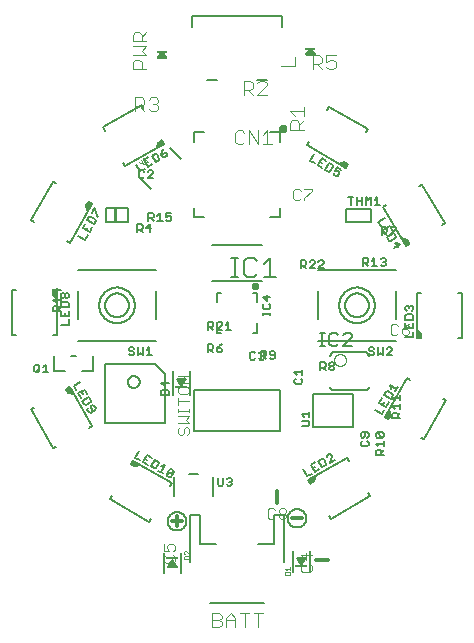
<source format=gbr>
G04 EAGLE Gerber RS-274X export*
G75*
%MOMM*%
%FSLAX34Y34*%
%LPD*%
%INSilkscreen Top*%
%IPPOS*%
%AMOC8*
5,1,8,0,0,1.08239X$1,22.5*%
G01*
%ADD10C,0.101600*%
%ADD11C,0.304800*%
%ADD12C,0.076200*%
%ADD13R,0.889000X0.190500*%
%ADD14C,0.406400*%
%ADD15C,0.127000*%
%ADD16C,0.152400*%
%ADD17C,0.203200*%
%ADD18R,1.000000X0.200000*%
%ADD19C,0.025400*%
%ADD20C,0.050800*%

G36*
X66058Y217682D02*
X66058Y217682D01*
X66075Y217680D01*
X66179Y217701D01*
X66283Y217719D01*
X66298Y217727D01*
X66316Y217731D01*
X66407Y217784D01*
X66500Y217834D01*
X66512Y217846D01*
X66528Y217856D01*
X66597Y217935D01*
X66670Y218012D01*
X66677Y218028D01*
X66689Y218042D01*
X66729Y218139D01*
X66773Y218235D01*
X66775Y218253D01*
X66782Y218269D01*
X66789Y218375D01*
X66800Y218479D01*
X66796Y218497D01*
X66798Y218515D01*
X66770Y218617D01*
X66748Y218720D01*
X66739Y218735D01*
X66734Y218752D01*
X66649Y218897D01*
X62839Y223977D01*
X62836Y223980D01*
X62834Y223984D01*
X62747Y224065D01*
X62662Y224147D01*
X62658Y224149D01*
X62655Y224152D01*
X62546Y224202D01*
X62439Y224252D01*
X62435Y224252D01*
X62431Y224254D01*
X62313Y224267D01*
X62195Y224280D01*
X62191Y224280D01*
X62186Y224280D01*
X62070Y224254D01*
X61954Y224230D01*
X61950Y224227D01*
X61946Y224226D01*
X61844Y224165D01*
X61742Y224105D01*
X61739Y224101D01*
X61736Y224099D01*
X61621Y223977D01*
X57811Y218897D01*
X57803Y218881D01*
X57791Y218868D01*
X57746Y218772D01*
X57697Y218679D01*
X57694Y218661D01*
X57687Y218645D01*
X57675Y218540D01*
X57659Y218436D01*
X57662Y218418D01*
X57660Y218401D01*
X57682Y218298D01*
X57700Y218193D01*
X57708Y218178D01*
X57712Y218160D01*
X57766Y218070D01*
X57816Y217977D01*
X57829Y217964D01*
X57838Y217949D01*
X57918Y217880D01*
X57995Y217808D01*
X58012Y217801D01*
X58025Y217789D01*
X58123Y217750D01*
X58219Y217706D01*
X58237Y217704D01*
X58253Y217697D01*
X58420Y217679D01*
X66040Y217679D01*
X66058Y217682D01*
G37*
G36*
X-59672Y215142D02*
X-59672Y215142D01*
X-59655Y215140D01*
X-59551Y215161D01*
X-59447Y215179D01*
X-59432Y215187D01*
X-59414Y215191D01*
X-59323Y215244D01*
X-59230Y215294D01*
X-59218Y215306D01*
X-59202Y215316D01*
X-59133Y215395D01*
X-59061Y215472D01*
X-59053Y215488D01*
X-59041Y215502D01*
X-59001Y215599D01*
X-58957Y215695D01*
X-58955Y215713D01*
X-58948Y215729D01*
X-58941Y215835D01*
X-58930Y215939D01*
X-58934Y215957D01*
X-58932Y215975D01*
X-58960Y216077D01*
X-58982Y216180D01*
X-58991Y216195D01*
X-58996Y216212D01*
X-59081Y216357D01*
X-62891Y221437D01*
X-62894Y221440D01*
X-62896Y221444D01*
X-62983Y221525D01*
X-63068Y221607D01*
X-63072Y221609D01*
X-63075Y221612D01*
X-63184Y221662D01*
X-63291Y221712D01*
X-63295Y221712D01*
X-63299Y221714D01*
X-63417Y221727D01*
X-63535Y221740D01*
X-63539Y221740D01*
X-63544Y221740D01*
X-63660Y221714D01*
X-63776Y221690D01*
X-63780Y221687D01*
X-63784Y221686D01*
X-63886Y221625D01*
X-63988Y221565D01*
X-63991Y221561D01*
X-63994Y221559D01*
X-64109Y221437D01*
X-67919Y216357D01*
X-67927Y216341D01*
X-67940Y216328D01*
X-67984Y216232D01*
X-68033Y216139D01*
X-68036Y216121D01*
X-68043Y216105D01*
X-68055Y216000D01*
X-68071Y215896D01*
X-68068Y215878D01*
X-68070Y215861D01*
X-68048Y215758D01*
X-68030Y215653D01*
X-68022Y215638D01*
X-68018Y215620D01*
X-67964Y215530D01*
X-67914Y215437D01*
X-67901Y215424D01*
X-67892Y215409D01*
X-67812Y215340D01*
X-67735Y215268D01*
X-67718Y215261D01*
X-67705Y215249D01*
X-67607Y215210D01*
X-67511Y215166D01*
X-67493Y215164D01*
X-67477Y215157D01*
X-67310Y215139D01*
X-59690Y215139D01*
X-59672Y215142D01*
G37*
G36*
X156275Y-22213D02*
X156275Y-22213D01*
X156341Y-22211D01*
X156384Y-22193D01*
X156431Y-22185D01*
X156488Y-22151D01*
X156548Y-22126D01*
X156583Y-22095D01*
X156624Y-22070D01*
X156666Y-22019D01*
X156714Y-21975D01*
X156736Y-21933D01*
X156765Y-21896D01*
X156786Y-21834D01*
X156817Y-21775D01*
X156825Y-21721D01*
X156837Y-21684D01*
X156836Y-21644D01*
X156844Y-21590D01*
X156844Y-17780D01*
X156837Y-17738D01*
X156839Y-17696D01*
X156831Y-17673D01*
X156831Y-17654D01*
X156814Y-17614D01*
X156805Y-17559D01*
X156783Y-17523D01*
X156770Y-17482D01*
X156750Y-17455D01*
X156746Y-17446D01*
X156730Y-17428D01*
X156716Y-17409D01*
X156690Y-17366D01*
X156674Y-17353D01*
X156658Y-17332D01*
X152848Y-13522D01*
X152816Y-13499D01*
X152794Y-13475D01*
X152758Y-13456D01*
X152706Y-13415D01*
X152684Y-13407D01*
X152664Y-13393D01*
X152606Y-13378D01*
X152594Y-13372D01*
X152572Y-13369D01*
X152494Y-13343D01*
X152470Y-13343D01*
X152447Y-13338D01*
X152358Y-13347D01*
X152269Y-13349D01*
X152247Y-13358D01*
X152224Y-13361D01*
X152144Y-13400D01*
X152062Y-13434D01*
X152044Y-13450D01*
X152023Y-13460D01*
X151987Y-13498D01*
X151986Y-13499D01*
X151982Y-13503D01*
X151962Y-13525D01*
X151896Y-13585D01*
X151885Y-13606D01*
X151869Y-13623D01*
X151852Y-13664D01*
X151845Y-13673D01*
X151832Y-13709D01*
X151793Y-13785D01*
X151790Y-13811D01*
X151781Y-13830D01*
X151780Y-13864D01*
X151773Y-13885D01*
X151774Y-13917D01*
X151766Y-13970D01*
X151766Y-21590D01*
X151777Y-21655D01*
X151779Y-21721D01*
X151797Y-21764D01*
X151805Y-21811D01*
X151839Y-21868D01*
X151864Y-21928D01*
X151895Y-21963D01*
X151920Y-22004D01*
X151971Y-22046D01*
X152015Y-22094D01*
X152057Y-22116D01*
X152094Y-22145D01*
X152156Y-22166D01*
X152215Y-22197D01*
X152269Y-22205D01*
X152306Y-22217D01*
X152346Y-22216D01*
X152400Y-22224D01*
X156210Y-22224D01*
X156275Y-22213D01*
G37*
G36*
X92134Y121944D02*
X92134Y121944D01*
X92181Y121944D01*
X92243Y121968D01*
X92307Y121982D01*
X92347Y122007D01*
X92391Y122024D01*
X92440Y122068D01*
X92495Y122103D01*
X92530Y122146D01*
X92559Y122172D01*
X92578Y122207D01*
X92612Y122250D01*
X94517Y125550D01*
X94539Y125612D01*
X94571Y125669D01*
X94577Y125716D01*
X94593Y125761D01*
X94592Y125827D01*
X94602Y125892D01*
X94591Y125938D01*
X94591Y125985D01*
X94567Y126047D01*
X94553Y126111D01*
X94528Y126151D01*
X94511Y126195D01*
X94467Y126244D01*
X94432Y126299D01*
X94389Y126334D01*
X94363Y126363D01*
X94328Y126382D01*
X94285Y126416D01*
X90985Y128321D01*
X90945Y128335D01*
X90910Y128358D01*
X90841Y128373D01*
X90774Y128397D01*
X90732Y128397D01*
X90690Y128406D01*
X90600Y128395D01*
X90550Y128395D01*
X90530Y128387D01*
X90504Y128384D01*
X85300Y126990D01*
X85252Y126967D01*
X85251Y126967D01*
X85248Y126965D01*
X85219Y126952D01*
X85136Y126920D01*
X85118Y126904D01*
X85096Y126894D01*
X85034Y126831D01*
X84967Y126772D01*
X84956Y126751D01*
X84939Y126734D01*
X84903Y126653D01*
X84861Y126574D01*
X84858Y126551D01*
X84848Y126529D01*
X84842Y126440D01*
X84830Y126352D01*
X84835Y126329D01*
X84834Y126305D01*
X84851Y126248D01*
X84851Y126242D01*
X84857Y126227D01*
X84859Y126220D01*
X84878Y126133D01*
X84891Y126113D01*
X84898Y126090D01*
X84929Y126049D01*
X84935Y126034D01*
X84959Y126008D01*
X85000Y125945D01*
X85021Y125928D01*
X85033Y125911D01*
X85067Y125890D01*
X85087Y125869D01*
X85112Y125856D01*
X85147Y125828D01*
X91746Y122018D01*
X91808Y121996D01*
X91866Y121964D01*
X91912Y121958D01*
X91957Y121942D01*
X92023Y121943D01*
X92088Y121933D01*
X92134Y121944D01*
G37*
G36*
X62319Y-145538D02*
X62319Y-145538D01*
X62385Y-145535D01*
X62436Y-145515D01*
X62475Y-145507D01*
X62508Y-145486D01*
X62559Y-145466D01*
X65859Y-143561D01*
X65891Y-143534D01*
X65929Y-143514D01*
X65941Y-143501D01*
X65952Y-143494D01*
X65983Y-143456D01*
X66030Y-143416D01*
X66051Y-143379D01*
X66080Y-143348D01*
X66090Y-143325D01*
X66093Y-143320D01*
X66099Y-143304D01*
X66116Y-143265D01*
X66141Y-143221D01*
X66144Y-143200D01*
X66154Y-143176D01*
X67549Y-137971D01*
X67556Y-137883D01*
X67570Y-137795D01*
X67566Y-137771D01*
X67568Y-137748D01*
X67544Y-137662D01*
X67526Y-137575D01*
X67514Y-137555D01*
X67508Y-137532D01*
X67455Y-137460D01*
X67409Y-137384D01*
X67390Y-137369D01*
X67376Y-137350D01*
X67302Y-137301D01*
X67232Y-137246D01*
X67209Y-137239D01*
X67189Y-137226D01*
X67102Y-137205D01*
X67018Y-137178D01*
X66994Y-137179D01*
X66971Y-137174D01*
X66882Y-137185D01*
X66794Y-137189D01*
X66769Y-137199D01*
X66748Y-137201D01*
X66703Y-137225D01*
X66619Y-137258D01*
X60020Y-141068D01*
X59970Y-141110D01*
X59914Y-141145D01*
X59885Y-141182D01*
X59849Y-141213D01*
X59816Y-141270D01*
X59776Y-141322D01*
X59762Y-141367D01*
X59738Y-141408D01*
X59728Y-141473D01*
X59708Y-141536D01*
X59711Y-141583D01*
X59703Y-141630D01*
X59716Y-141694D01*
X59719Y-141760D01*
X59739Y-141811D01*
X59747Y-141850D01*
X59768Y-141883D01*
X59788Y-141934D01*
X61693Y-145234D01*
X61735Y-145284D01*
X61770Y-145340D01*
X61807Y-145369D01*
X61838Y-145405D01*
X61895Y-145438D01*
X61947Y-145478D01*
X61992Y-145492D01*
X62033Y-145516D01*
X62098Y-145526D01*
X62161Y-145546D01*
X62208Y-145543D01*
X62255Y-145551D01*
X62319Y-145538D01*
G37*
G36*
X142964Y55906D02*
X142964Y55906D01*
X143030Y55909D01*
X143081Y55929D01*
X143120Y55937D01*
X143153Y55958D01*
X143204Y55978D01*
X146504Y57883D01*
X146550Y57922D01*
X146597Y57949D01*
X146601Y57954D01*
X146610Y57960D01*
X146639Y57997D01*
X146675Y58028D01*
X146708Y58085D01*
X146726Y58108D01*
X146738Y58124D01*
X146739Y58125D01*
X146748Y58137D01*
X146762Y58182D01*
X146786Y58223D01*
X146796Y58288D01*
X146816Y58351D01*
X146813Y58398D01*
X146821Y58445D01*
X146808Y58509D01*
X146805Y58575D01*
X146785Y58626D01*
X146777Y58665D01*
X146756Y58698D01*
X146736Y58749D01*
X144831Y62049D01*
X144804Y62081D01*
X144784Y62119D01*
X144732Y62166D01*
X144686Y62220D01*
X144649Y62241D01*
X144618Y62270D01*
X144535Y62306D01*
X144491Y62331D01*
X144470Y62334D01*
X144446Y62344D01*
X139241Y63739D01*
X139153Y63746D01*
X139065Y63760D01*
X139041Y63756D01*
X139018Y63758D01*
X138932Y63734D01*
X138845Y63716D01*
X138825Y63704D01*
X138802Y63698D01*
X138730Y63645D01*
X138654Y63599D01*
X138639Y63580D01*
X138620Y63566D01*
X138571Y63492D01*
X138516Y63422D01*
X138509Y63399D01*
X138496Y63379D01*
X138475Y63292D01*
X138448Y63208D01*
X138449Y63184D01*
X138444Y63161D01*
X138455Y63072D01*
X138459Y62984D01*
X138469Y62959D01*
X138471Y62938D01*
X138495Y62893D01*
X138528Y62809D01*
X142338Y56210D01*
X142380Y56160D01*
X142415Y56104D01*
X142452Y56075D01*
X142483Y56039D01*
X142540Y56006D01*
X142592Y55966D01*
X142637Y55952D01*
X142678Y55928D01*
X142743Y55918D01*
X142806Y55898D01*
X142853Y55901D01*
X142900Y55893D01*
X142964Y55906D01*
G37*
G36*
X128478Y-90781D02*
X128478Y-90781D01*
X128525Y-90781D01*
X128587Y-90757D01*
X128651Y-90743D01*
X128691Y-90718D01*
X128735Y-90701D01*
X128784Y-90657D01*
X128839Y-90622D01*
X128874Y-90579D01*
X128903Y-90553D01*
X128922Y-90518D01*
X128956Y-90475D01*
X130861Y-87175D01*
X130875Y-87135D01*
X130898Y-87100D01*
X130913Y-87031D01*
X130937Y-86964D01*
X130937Y-86922D01*
X130946Y-86880D01*
X130935Y-86790D01*
X130935Y-86740D01*
X130927Y-86720D01*
X130924Y-86694D01*
X129530Y-81490D01*
X129492Y-81409D01*
X129460Y-81326D01*
X129444Y-81308D01*
X129434Y-81286D01*
X129371Y-81224D01*
X129312Y-81157D01*
X129291Y-81146D01*
X129274Y-81129D01*
X129193Y-81093D01*
X129114Y-81051D01*
X129091Y-81048D01*
X129069Y-81038D01*
X128980Y-81032D01*
X128892Y-81020D01*
X128869Y-81025D01*
X128845Y-81024D01*
X128760Y-81049D01*
X128673Y-81068D01*
X128653Y-81081D01*
X128630Y-81088D01*
X128559Y-81142D01*
X128485Y-81190D01*
X128468Y-81211D01*
X128451Y-81223D01*
X128424Y-81266D01*
X128368Y-81337D01*
X124558Y-87936D01*
X124536Y-87998D01*
X124504Y-88056D01*
X124498Y-88102D01*
X124482Y-88147D01*
X124483Y-88213D01*
X124473Y-88278D01*
X124484Y-88324D01*
X124484Y-88371D01*
X124508Y-88433D01*
X124522Y-88497D01*
X124547Y-88537D01*
X124564Y-88581D01*
X124574Y-88592D01*
X124575Y-88594D01*
X124597Y-88618D01*
X124608Y-88630D01*
X124643Y-88685D01*
X124686Y-88720D01*
X124712Y-88749D01*
X124722Y-88754D01*
X124726Y-88759D01*
X124754Y-88774D01*
X124790Y-88802D01*
X128090Y-90707D01*
X128152Y-90729D01*
X128209Y-90761D01*
X128256Y-90767D01*
X128301Y-90783D01*
X128367Y-90782D01*
X128432Y-90792D01*
X128478Y-90781D01*
G37*
G36*
X-86790Y-130935D02*
X-86790Y-130935D01*
X-86740Y-130935D01*
X-86720Y-130927D01*
X-86694Y-130924D01*
X-81490Y-129530D01*
X-81409Y-129492D01*
X-81326Y-129460D01*
X-81308Y-129444D01*
X-81286Y-129434D01*
X-81224Y-129371D01*
X-81157Y-129312D01*
X-81146Y-129291D01*
X-81129Y-129274D01*
X-81093Y-129193D01*
X-81051Y-129114D01*
X-81048Y-129091D01*
X-81038Y-129069D01*
X-81032Y-128980D01*
X-81020Y-128892D01*
X-81025Y-128869D01*
X-81024Y-128845D01*
X-81049Y-128760D01*
X-81068Y-128673D01*
X-81081Y-128653D01*
X-81088Y-128630D01*
X-81142Y-128559D01*
X-81190Y-128485D01*
X-81211Y-128468D01*
X-81223Y-128451D01*
X-81266Y-128424D01*
X-81337Y-128368D01*
X-87936Y-124558D01*
X-87998Y-124536D01*
X-88056Y-124504D01*
X-88102Y-124498D01*
X-88147Y-124482D01*
X-88213Y-124483D01*
X-88278Y-124473D01*
X-88324Y-124484D01*
X-88371Y-124484D01*
X-88433Y-124508D01*
X-88497Y-124522D01*
X-88537Y-124547D01*
X-88581Y-124564D01*
X-88630Y-124608D01*
X-88685Y-124643D01*
X-88720Y-124686D01*
X-88749Y-124712D01*
X-88768Y-124747D01*
X-88802Y-124790D01*
X-90707Y-128090D01*
X-90729Y-128152D01*
X-90761Y-128209D01*
X-90767Y-128256D01*
X-90783Y-128301D01*
X-90782Y-128367D01*
X-90792Y-128432D01*
X-90781Y-128478D01*
X-90781Y-128525D01*
X-90757Y-128587D01*
X-90743Y-128651D01*
X-90718Y-128691D01*
X-90701Y-128735D01*
X-90691Y-128746D01*
X-90690Y-128747D01*
X-90668Y-128772D01*
X-90657Y-128784D01*
X-90622Y-128839D01*
X-90579Y-128874D01*
X-90553Y-128903D01*
X-90543Y-128908D01*
X-90539Y-128913D01*
X-90511Y-128927D01*
X-90475Y-128956D01*
X-87175Y-130861D01*
X-87135Y-130875D01*
X-87100Y-130898D01*
X-87031Y-130913D01*
X-86964Y-130937D01*
X-86922Y-130937D01*
X-86880Y-130946D01*
X-86790Y-130935D01*
G37*
G36*
X-68152Y138455D02*
X-68152Y138455D01*
X-68064Y138459D01*
X-68039Y138469D01*
X-68018Y138471D01*
X-67973Y138495D01*
X-67889Y138528D01*
X-61290Y142338D01*
X-61244Y142377D01*
X-61201Y142402D01*
X-61198Y142406D01*
X-61184Y142415D01*
X-61155Y142452D01*
X-61119Y142483D01*
X-61086Y142540D01*
X-61046Y142592D01*
X-61032Y142637D01*
X-61008Y142678D01*
X-60998Y142743D01*
X-60978Y142806D01*
X-60981Y142853D01*
X-60973Y142900D01*
X-60986Y142964D01*
X-60989Y143030D01*
X-61009Y143081D01*
X-61017Y143120D01*
X-61038Y143153D01*
X-61058Y143204D01*
X-62963Y146504D01*
X-63005Y146554D01*
X-63040Y146610D01*
X-63077Y146639D01*
X-63108Y146675D01*
X-63165Y146708D01*
X-63217Y146748D01*
X-63262Y146762D01*
X-63303Y146786D01*
X-63368Y146796D01*
X-63431Y146816D01*
X-63478Y146813D01*
X-63525Y146821D01*
X-63589Y146808D01*
X-63655Y146805D01*
X-63706Y146785D01*
X-63745Y146777D01*
X-63778Y146756D01*
X-63829Y146736D01*
X-67129Y144831D01*
X-67161Y144804D01*
X-67199Y144784D01*
X-67246Y144732D01*
X-67300Y144686D01*
X-67321Y144649D01*
X-67350Y144618D01*
X-67386Y144535D01*
X-67411Y144491D01*
X-67414Y144470D01*
X-67424Y144446D01*
X-68819Y139241D01*
X-68826Y139153D01*
X-68840Y139065D01*
X-68836Y139041D01*
X-68838Y139018D01*
X-68814Y138932D01*
X-68796Y138845D01*
X-68784Y138825D01*
X-68778Y138802D01*
X-68725Y138730D01*
X-68679Y138654D01*
X-68660Y138639D01*
X-68646Y138620D01*
X-68572Y138571D01*
X-68502Y138516D01*
X-68479Y138509D01*
X-68459Y138496D01*
X-68372Y138475D01*
X-68288Y138448D01*
X-68264Y138449D01*
X-68241Y138444D01*
X-68152Y138455D01*
G37*
G36*
X-152358Y10807D02*
X-152358Y10807D01*
X-152269Y10809D01*
X-152247Y10818D01*
X-152224Y10821D01*
X-152144Y10860D01*
X-152062Y10894D01*
X-152044Y10910D01*
X-152023Y10920D01*
X-151962Y10985D01*
X-151896Y11045D01*
X-151885Y11066D01*
X-151869Y11083D01*
X-151834Y11165D01*
X-151793Y11245D01*
X-151790Y11271D01*
X-151781Y11290D01*
X-151779Y11340D01*
X-151766Y11430D01*
X-151766Y19050D01*
X-151777Y19115D01*
X-151779Y19181D01*
X-151797Y19224D01*
X-151805Y19271D01*
X-151839Y19328D01*
X-151864Y19388D01*
X-151895Y19423D01*
X-151920Y19464D01*
X-151971Y19506D01*
X-152015Y19554D01*
X-152057Y19576D01*
X-152094Y19605D01*
X-152156Y19626D01*
X-152215Y19657D01*
X-152269Y19665D01*
X-152306Y19677D01*
X-152346Y19676D01*
X-152400Y19684D01*
X-156210Y19684D01*
X-156275Y19673D01*
X-156341Y19671D01*
X-156384Y19653D01*
X-156431Y19645D01*
X-156488Y19611D01*
X-156548Y19586D01*
X-156583Y19555D01*
X-156624Y19530D01*
X-156666Y19479D01*
X-156714Y19435D01*
X-156736Y19393D01*
X-156765Y19356D01*
X-156786Y19294D01*
X-156817Y19235D01*
X-156825Y19181D01*
X-156837Y19144D01*
X-156837Y19135D01*
X-156836Y19103D01*
X-156844Y19050D01*
X-156844Y15240D01*
X-156837Y15198D01*
X-156839Y15156D01*
X-156827Y15118D01*
X-156826Y15105D01*
X-156815Y15078D01*
X-156805Y15019D01*
X-156783Y14983D01*
X-156770Y14942D01*
X-156748Y14913D01*
X-156742Y14897D01*
X-156715Y14868D01*
X-156690Y14826D01*
X-156674Y14813D01*
X-156658Y14792D01*
X-152848Y10982D01*
X-152775Y10931D01*
X-152706Y10875D01*
X-152684Y10867D01*
X-152664Y10853D01*
X-152578Y10831D01*
X-152494Y10803D01*
X-152470Y10803D01*
X-152447Y10798D01*
X-152358Y10807D01*
G37*
G36*
X-126329Y84835D02*
X-126329Y84835D01*
X-126305Y84834D01*
X-126220Y84859D01*
X-126133Y84878D01*
X-126113Y84891D01*
X-126090Y84898D01*
X-126019Y84952D01*
X-125945Y85000D01*
X-125928Y85021D01*
X-125911Y85033D01*
X-125884Y85076D01*
X-125828Y85147D01*
X-122018Y91746D01*
X-121996Y91808D01*
X-121964Y91866D01*
X-121958Y91912D01*
X-121942Y91957D01*
X-121943Y92023D01*
X-121933Y92088D01*
X-121944Y92134D01*
X-121944Y92181D01*
X-121968Y92243D01*
X-121982Y92307D01*
X-122007Y92347D01*
X-122024Y92391D01*
X-122068Y92440D01*
X-122103Y92495D01*
X-122146Y92530D01*
X-122172Y92559D01*
X-122207Y92578D01*
X-122250Y92612D01*
X-125550Y94517D01*
X-125612Y94539D01*
X-125669Y94571D01*
X-125716Y94577D01*
X-125761Y94593D01*
X-125827Y94592D01*
X-125892Y94602D01*
X-125938Y94591D01*
X-125985Y94591D01*
X-126047Y94567D01*
X-126111Y94553D01*
X-126151Y94528D01*
X-126195Y94511D01*
X-126244Y94467D01*
X-126299Y94432D01*
X-126334Y94389D01*
X-126363Y94363D01*
X-126382Y94328D01*
X-126416Y94285D01*
X-128321Y90985D01*
X-128335Y90945D01*
X-128358Y90910D01*
X-128373Y90841D01*
X-128397Y90774D01*
X-128397Y90732D01*
X-128406Y90690D01*
X-128395Y90600D01*
X-128395Y90550D01*
X-128387Y90530D01*
X-128384Y90504D01*
X-126990Y85300D01*
X-126952Y85219D01*
X-126920Y85136D01*
X-126904Y85118D01*
X-126894Y85096D01*
X-126831Y85034D01*
X-126772Y84967D01*
X-126751Y84956D01*
X-126734Y84939D01*
X-126653Y84903D01*
X-126574Y84861D01*
X-126551Y84858D01*
X-126529Y84848D01*
X-126440Y84842D01*
X-126352Y84830D01*
X-126329Y84835D01*
G37*
G36*
X-137771Y-70106D02*
X-137771Y-70106D01*
X-137748Y-70108D01*
X-137662Y-70084D01*
X-137575Y-70066D01*
X-137555Y-70054D01*
X-137532Y-70048D01*
X-137460Y-69995D01*
X-137384Y-69949D01*
X-137369Y-69930D01*
X-137350Y-69916D01*
X-137301Y-69842D01*
X-137246Y-69772D01*
X-137239Y-69749D01*
X-137226Y-69729D01*
X-137205Y-69642D01*
X-137178Y-69558D01*
X-137179Y-69534D01*
X-137174Y-69511D01*
X-137185Y-69422D01*
X-137189Y-69334D01*
X-137199Y-69309D01*
X-137201Y-69288D01*
X-137225Y-69243D01*
X-137258Y-69159D01*
X-141068Y-62560D01*
X-141110Y-62510D01*
X-141145Y-62454D01*
X-141182Y-62425D01*
X-141213Y-62389D01*
X-141270Y-62356D01*
X-141322Y-62316D01*
X-141367Y-62302D01*
X-141408Y-62278D01*
X-141473Y-62268D01*
X-141536Y-62248D01*
X-141583Y-62251D01*
X-141630Y-62243D01*
X-141694Y-62256D01*
X-141760Y-62259D01*
X-141811Y-62279D01*
X-141850Y-62287D01*
X-141883Y-62308D01*
X-141934Y-62328D01*
X-145234Y-64233D01*
X-145284Y-64275D01*
X-145340Y-64310D01*
X-145369Y-64347D01*
X-145405Y-64378D01*
X-145438Y-64435D01*
X-145478Y-64487D01*
X-145492Y-64532D01*
X-145516Y-64573D01*
X-145526Y-64638D01*
X-145546Y-64701D01*
X-145543Y-64748D01*
X-145551Y-64795D01*
X-145538Y-64859D01*
X-145535Y-64925D01*
X-145515Y-64976D01*
X-145507Y-65015D01*
X-145486Y-65048D01*
X-145466Y-65099D01*
X-143561Y-68399D01*
X-143534Y-68431D01*
X-143514Y-68469D01*
X-143462Y-68516D01*
X-143416Y-68570D01*
X-143379Y-68591D01*
X-143348Y-68620D01*
X-143265Y-68656D01*
X-143221Y-68681D01*
X-143200Y-68684D01*
X-143176Y-68694D01*
X-137971Y-70089D01*
X-137883Y-70096D01*
X-137795Y-70110D01*
X-137771Y-70106D01*
G37*
G36*
X-46874Y-61695D02*
X-46874Y-61695D01*
X-46847Y-61695D01*
X-46736Y-61663D01*
X-46623Y-61637D01*
X-46600Y-61624D01*
X-46574Y-61616D01*
X-46476Y-61554D01*
X-46375Y-61498D01*
X-46359Y-61480D01*
X-46334Y-61465D01*
X-46149Y-61257D01*
X-46145Y-61253D01*
X-44145Y-58253D01*
X-44114Y-58189D01*
X-44075Y-58129D01*
X-44053Y-58061D01*
X-44022Y-57997D01*
X-44010Y-57926D01*
X-43989Y-57858D01*
X-43987Y-57787D01*
X-43975Y-57717D01*
X-43983Y-57645D01*
X-43981Y-57574D01*
X-43999Y-57505D01*
X-44008Y-57434D01*
X-44035Y-57368D01*
X-44053Y-57299D01*
X-44090Y-57238D01*
X-44117Y-57172D01*
X-44162Y-57116D01*
X-44199Y-57054D01*
X-44250Y-57005D01*
X-44295Y-56950D01*
X-44354Y-56909D01*
X-44406Y-56860D01*
X-44469Y-56827D01*
X-44527Y-56786D01*
X-44595Y-56763D01*
X-44659Y-56730D01*
X-44718Y-56720D01*
X-44796Y-56693D01*
X-44915Y-56687D01*
X-44990Y-56675D01*
X-48990Y-56675D01*
X-49061Y-56685D01*
X-49133Y-56685D01*
X-49201Y-56705D01*
X-49272Y-56715D01*
X-49337Y-56744D01*
X-49406Y-56764D01*
X-49466Y-56802D01*
X-49531Y-56831D01*
X-49586Y-56877D01*
X-49646Y-56915D01*
X-49694Y-56969D01*
X-49748Y-57015D01*
X-49788Y-57074D01*
X-49835Y-57128D01*
X-49866Y-57192D01*
X-49906Y-57251D01*
X-49927Y-57320D01*
X-49958Y-57384D01*
X-49970Y-57454D01*
X-49991Y-57522D01*
X-49993Y-57594D01*
X-50005Y-57665D01*
X-49997Y-57735D01*
X-49999Y-57806D01*
X-49980Y-57876D01*
X-49972Y-57947D01*
X-49947Y-58002D01*
X-49927Y-58081D01*
X-49866Y-58184D01*
X-49835Y-58253D01*
X-47835Y-61253D01*
X-47758Y-61340D01*
X-47685Y-61430D01*
X-47663Y-61445D01*
X-47645Y-61465D01*
X-47548Y-61527D01*
X-47453Y-61594D01*
X-47427Y-61602D01*
X-47405Y-61617D01*
X-47294Y-61649D01*
X-47184Y-61687D01*
X-47157Y-61688D01*
X-47132Y-61695D01*
X-47016Y-61695D01*
X-46900Y-61701D01*
X-46874Y-61695D01*
G37*
G36*
X54726Y-212825D02*
X54726Y-212825D01*
X54753Y-212825D01*
X54864Y-212793D01*
X54977Y-212767D01*
X55000Y-212754D01*
X55026Y-212746D01*
X55124Y-212684D01*
X55225Y-212628D01*
X55241Y-212610D01*
X55266Y-212595D01*
X55451Y-212387D01*
X55455Y-212383D01*
X57455Y-209383D01*
X57486Y-209319D01*
X57526Y-209259D01*
X57547Y-209191D01*
X57578Y-209127D01*
X57590Y-209056D01*
X57611Y-208988D01*
X57613Y-208917D01*
X57625Y-208847D01*
X57617Y-208775D01*
X57619Y-208704D01*
X57601Y-208635D01*
X57592Y-208564D01*
X57565Y-208498D01*
X57547Y-208429D01*
X57510Y-208368D01*
X57483Y-208302D01*
X57438Y-208246D01*
X57402Y-208184D01*
X57350Y-208135D01*
X57305Y-208080D01*
X57247Y-208039D01*
X57194Y-207990D01*
X57131Y-207957D01*
X57073Y-207916D01*
X57005Y-207893D01*
X56941Y-207860D01*
X56882Y-207850D01*
X56804Y-207823D01*
X56685Y-207817D01*
X56610Y-207805D01*
X52610Y-207805D01*
X52539Y-207815D01*
X52467Y-207815D01*
X52399Y-207835D01*
X52329Y-207845D01*
X52263Y-207874D01*
X52194Y-207894D01*
X52134Y-207932D01*
X52069Y-207961D01*
X52014Y-208007D01*
X51954Y-208045D01*
X51906Y-208099D01*
X51852Y-208145D01*
X51812Y-208204D01*
X51765Y-208258D01*
X51734Y-208322D01*
X51695Y-208381D01*
X51673Y-208450D01*
X51642Y-208514D01*
X51630Y-208584D01*
X51609Y-208652D01*
X51607Y-208724D01*
X51595Y-208795D01*
X51603Y-208865D01*
X51601Y-208936D01*
X51620Y-209006D01*
X51628Y-209077D01*
X51653Y-209132D01*
X51673Y-209211D01*
X51734Y-209314D01*
X51765Y-209383D01*
X53765Y-212383D01*
X53842Y-212470D01*
X53915Y-212560D01*
X53937Y-212575D01*
X53955Y-212595D01*
X54052Y-212657D01*
X54147Y-212724D01*
X54173Y-212732D01*
X54195Y-212747D01*
X54306Y-212779D01*
X54416Y-212817D01*
X54443Y-212818D01*
X54468Y-212825D01*
X54584Y-212825D01*
X54700Y-212831D01*
X54726Y-212825D01*
G37*
G36*
X-52539Y-215095D02*
X-52539Y-215095D01*
X-52467Y-215095D01*
X-52399Y-215075D01*
X-52329Y-215065D01*
X-52263Y-215036D01*
X-52194Y-215016D01*
X-52134Y-214978D01*
X-52069Y-214949D01*
X-52014Y-214903D01*
X-51954Y-214865D01*
X-51906Y-214812D01*
X-51852Y-214766D01*
X-51812Y-214706D01*
X-51765Y-214652D01*
X-51734Y-214588D01*
X-51695Y-214529D01*
X-51673Y-214461D01*
X-51642Y-214396D01*
X-51630Y-214326D01*
X-51609Y-214258D01*
X-51607Y-214186D01*
X-51595Y-214116D01*
X-51603Y-214045D01*
X-51601Y-213974D01*
X-51620Y-213904D01*
X-51628Y-213833D01*
X-51653Y-213778D01*
X-51673Y-213699D01*
X-51734Y-213596D01*
X-51765Y-213527D01*
X-53765Y-210527D01*
X-53842Y-210440D01*
X-53915Y-210350D01*
X-53937Y-210335D01*
X-53955Y-210315D01*
X-54052Y-210253D01*
X-54147Y-210186D01*
X-54173Y-210178D01*
X-54195Y-210163D01*
X-54306Y-210131D01*
X-54416Y-210093D01*
X-54443Y-210092D01*
X-54468Y-210085D01*
X-54584Y-210085D01*
X-54700Y-210079D01*
X-54726Y-210085D01*
X-54753Y-210085D01*
X-54864Y-210117D01*
X-54977Y-210143D01*
X-55000Y-210156D01*
X-55026Y-210164D01*
X-55124Y-210226D01*
X-55225Y-210282D01*
X-55241Y-210300D01*
X-55266Y-210315D01*
X-55451Y-210523D01*
X-55455Y-210527D01*
X-57455Y-213527D01*
X-57486Y-213591D01*
X-57526Y-213651D01*
X-57547Y-213719D01*
X-57578Y-213783D01*
X-57590Y-213854D01*
X-57611Y-213922D01*
X-57613Y-213993D01*
X-57625Y-214064D01*
X-57617Y-214135D01*
X-57619Y-214206D01*
X-57601Y-214275D01*
X-57592Y-214346D01*
X-57565Y-214412D01*
X-57547Y-214481D01*
X-57510Y-214542D01*
X-57483Y-214608D01*
X-57438Y-214664D01*
X-57402Y-214726D01*
X-57350Y-214775D01*
X-57305Y-214830D01*
X-57247Y-214871D01*
X-57194Y-214920D01*
X-57131Y-214953D01*
X-57073Y-214994D01*
X-57005Y-215017D01*
X-56941Y-215050D01*
X-56882Y-215060D01*
X-56804Y-215087D01*
X-56685Y-215093D01*
X-56610Y-215105D01*
X-52610Y-215105D01*
X-52539Y-215095D01*
G37*
D10*
X56642Y154920D02*
X44948Y154920D01*
X44948Y160767D01*
X46897Y162716D01*
X50795Y162716D01*
X52744Y160767D01*
X52744Y154920D01*
X52744Y158818D02*
X56642Y162716D01*
X48846Y166614D02*
X44948Y170512D01*
X56642Y170512D01*
X56642Y166614D02*
X56642Y174410D01*
X5588Y184658D02*
X5588Y196352D01*
X11435Y196352D01*
X13384Y194403D01*
X13384Y190505D01*
X11435Y188556D01*
X5588Y188556D01*
X9486Y188556D02*
X13384Y184658D01*
X17282Y184658D02*
X25078Y184658D01*
X17282Y184658D02*
X25078Y192454D01*
X25078Y194403D01*
X23129Y196352D01*
X19231Y196352D01*
X17282Y194403D01*
D11*
X67310Y-209550D02*
X77470Y-209550D01*
D12*
X55421Y-212898D02*
X53853Y-214466D01*
X53853Y-217601D01*
X55421Y-219169D01*
X61691Y-219169D01*
X63259Y-217601D01*
X63259Y-214466D01*
X61691Y-212898D01*
X63259Y-205111D02*
X53853Y-205111D01*
X58556Y-209814D01*
X58556Y-203543D01*
D10*
X-86380Y170688D02*
X-86380Y182382D01*
X-80533Y182382D01*
X-78584Y180433D01*
X-78584Y176535D01*
X-80533Y174586D01*
X-86380Y174586D01*
X-82482Y174586D02*
X-78584Y170688D01*
X-74686Y180433D02*
X-72737Y182382D01*
X-68839Y182382D01*
X-66890Y180433D01*
X-66890Y178484D01*
X-68839Y176535D01*
X-70788Y176535D01*
X-68839Y176535D02*
X-66890Y174586D01*
X-66890Y172637D01*
X-68839Y170688D01*
X-72737Y170688D01*
X-74686Y172637D01*
D13*
X-63500Y220798D03*
D10*
X-76708Y206248D02*
X-88402Y206248D01*
X-88402Y212095D01*
X-86453Y214044D01*
X-82555Y214044D01*
X-80606Y212095D01*
X-80606Y206248D01*
X-76708Y217942D02*
X-88402Y217942D01*
X-80606Y221840D02*
X-76708Y217942D01*
X-80606Y221840D02*
X-76708Y225738D01*
X-88402Y225738D01*
X-88402Y229636D02*
X-76708Y229636D01*
X-88402Y229636D02*
X-88402Y235483D01*
X-86453Y237432D01*
X-82555Y237432D01*
X-80606Y235483D01*
X-80606Y229636D01*
X-80606Y233534D02*
X-76708Y237432D01*
D13*
X62230Y223338D03*
D10*
X49022Y208788D02*
X37328Y208788D01*
X49022Y208788D02*
X49022Y216584D01*
D14*
X37510Y156160D02*
X37512Y156231D01*
X37518Y156302D01*
X37528Y156373D01*
X37542Y156443D01*
X37560Y156512D01*
X37581Y156579D01*
X37607Y156646D01*
X37636Y156711D01*
X37668Y156774D01*
X37705Y156836D01*
X37744Y156895D01*
X37787Y156952D01*
X37833Y157006D01*
X37882Y157058D01*
X37934Y157107D01*
X37988Y157153D01*
X38045Y157196D01*
X38104Y157235D01*
X38166Y157272D01*
X38229Y157304D01*
X38294Y157333D01*
X38361Y157359D01*
X38428Y157380D01*
X38497Y157398D01*
X38567Y157412D01*
X38638Y157422D01*
X38709Y157428D01*
X38780Y157430D01*
X38851Y157428D01*
X38922Y157422D01*
X38993Y157412D01*
X39063Y157398D01*
X39132Y157380D01*
X39199Y157359D01*
X39266Y157333D01*
X39331Y157304D01*
X39394Y157272D01*
X39456Y157235D01*
X39515Y157196D01*
X39572Y157153D01*
X39626Y157107D01*
X39678Y157058D01*
X39727Y157006D01*
X39773Y156952D01*
X39816Y156895D01*
X39855Y156836D01*
X39892Y156774D01*
X39924Y156711D01*
X39953Y156646D01*
X39979Y156579D01*
X40000Y156512D01*
X40018Y156443D01*
X40032Y156373D01*
X40042Y156302D01*
X40048Y156231D01*
X40050Y156160D01*
X40048Y156089D01*
X40042Y156018D01*
X40032Y155947D01*
X40018Y155877D01*
X40000Y155808D01*
X39979Y155741D01*
X39953Y155674D01*
X39924Y155609D01*
X39892Y155546D01*
X39855Y155484D01*
X39816Y155425D01*
X39773Y155368D01*
X39727Y155314D01*
X39678Y155262D01*
X39626Y155213D01*
X39572Y155167D01*
X39515Y155124D01*
X39456Y155085D01*
X39394Y155048D01*
X39331Y155016D01*
X39266Y154987D01*
X39199Y154961D01*
X39132Y154940D01*
X39063Y154922D01*
X38993Y154908D01*
X38922Y154898D01*
X38851Y154892D01*
X38780Y154890D01*
X38709Y154892D01*
X38638Y154898D01*
X38567Y154908D01*
X38497Y154922D01*
X38428Y154940D01*
X38361Y154961D01*
X38294Y154987D01*
X38229Y155016D01*
X38166Y155048D01*
X38104Y155085D01*
X38045Y155124D01*
X37988Y155167D01*
X37934Y155213D01*
X37882Y155262D01*
X37833Y155314D01*
X37787Y155368D01*
X37744Y155425D01*
X37705Y155484D01*
X37668Y155546D01*
X37636Y155609D01*
X37607Y155674D01*
X37581Y155741D01*
X37560Y155808D01*
X37542Y155877D01*
X37528Y155947D01*
X37518Y156018D01*
X37512Y156089D01*
X37510Y156160D01*
D15*
X36000Y80840D02*
X28000Y80840D01*
X36000Y80840D02*
X36000Y88840D01*
X-28000Y80840D02*
X-36000Y80840D01*
X-36000Y88840D01*
X36000Y144840D02*
X36000Y152840D01*
X28000Y152840D01*
X-36000Y152840D02*
X-36000Y144840D01*
X-36000Y152840D02*
X-28000Y152840D01*
D16*
X-4796Y29972D02*
X628Y29972D01*
X-2084Y29972D02*
X-2084Y46242D01*
X-4796Y46242D02*
X628Y46242D01*
X14254Y46242D02*
X16965Y43530D01*
X14254Y46242D02*
X8830Y46242D01*
X6119Y43530D01*
X6119Y32684D01*
X8830Y29972D01*
X14254Y29972D01*
X16965Y32684D01*
X22490Y40819D02*
X27914Y46242D01*
X27914Y29972D01*
X33337Y29972D02*
X22490Y29972D01*
D17*
X21000Y26656D02*
X-21000Y26656D01*
X-21000Y57164D02*
X21000Y57164D01*
D12*
X134784Y-9403D02*
X136352Y-10971D01*
X134784Y-9403D02*
X131649Y-9403D01*
X130081Y-10971D01*
X130081Y-17241D01*
X131649Y-18809D01*
X134784Y-18809D01*
X136352Y-17241D01*
X142572Y-10971D02*
X145707Y-9403D01*
X142572Y-10971D02*
X139436Y-14106D01*
X139436Y-17241D01*
X141004Y-18809D01*
X144139Y-18809D01*
X145707Y-17241D01*
X145707Y-15674D01*
X144139Y-14106D01*
X139436Y-14106D01*
X53802Y103329D02*
X52234Y104897D01*
X49099Y104897D01*
X47531Y103329D01*
X47531Y97059D01*
X49099Y95491D01*
X52234Y95491D01*
X53802Y97059D01*
X56886Y104897D02*
X63157Y104897D01*
X63157Y103329D01*
X56886Y97059D01*
X56886Y95491D01*
D10*
X64008Y206248D02*
X64008Y217942D01*
X69855Y217942D01*
X71804Y215993D01*
X71804Y212095D01*
X69855Y210146D01*
X64008Y210146D01*
X67906Y210146D02*
X71804Y206248D01*
X75702Y217942D02*
X83498Y217942D01*
X75702Y217942D02*
X75702Y212095D01*
X79600Y214044D01*
X81549Y214044D01*
X83498Y212095D01*
X83498Y208197D01*
X81549Y206248D01*
X77651Y206248D01*
X75702Y208197D01*
D15*
X25000Y197280D02*
X17000Y197280D01*
X-17000Y197280D02*
X-25000Y197280D01*
X38000Y242280D02*
X38000Y251280D01*
X-38000Y251280D01*
X-38000Y242280D01*
D10*
X4373Y154282D02*
X6322Y152333D01*
X4373Y154282D02*
X475Y154282D01*
X-1474Y152333D01*
X-1474Y144537D01*
X475Y142588D01*
X4373Y142588D01*
X6322Y144537D01*
X10220Y142588D02*
X10220Y154282D01*
X18016Y142588D01*
X18016Y154282D01*
X21914Y150384D02*
X25812Y154282D01*
X25812Y142588D01*
X21914Y142588D02*
X29710Y142588D01*
D17*
X22500Y-245900D02*
X-22500Y-245900D01*
X-40000Y-210900D02*
X-40000Y-170900D01*
X-31500Y-170900D01*
X-31500Y-195900D01*
X-17500Y-195900D01*
X17500Y-195900D02*
X31500Y-195900D01*
X31500Y-170900D01*
X40000Y-170900D01*
X40000Y-210900D01*
D10*
X-20868Y-254498D02*
X-20868Y-266192D01*
X-20868Y-254498D02*
X-15021Y-254498D01*
X-13072Y-256447D01*
X-13072Y-258396D01*
X-15021Y-260345D01*
X-13072Y-262294D01*
X-13072Y-264243D01*
X-15021Y-266192D01*
X-20868Y-266192D01*
X-20868Y-260345D02*
X-15021Y-260345D01*
X-9174Y-258396D02*
X-9174Y-266192D01*
X-9174Y-258396D02*
X-5276Y-254498D01*
X-1378Y-258396D01*
X-1378Y-266192D01*
X-1378Y-260345D02*
X-9174Y-260345D01*
X6418Y-266192D02*
X6418Y-254498D01*
X2520Y-254498D02*
X10316Y-254498D01*
X18112Y-254498D02*
X18112Y-266192D01*
X14214Y-254498D02*
X22010Y-254498D01*
D17*
X47610Y-219550D02*
X47610Y-202090D01*
X61610Y-202090D02*
X61610Y-219550D01*
X54610Y-213820D02*
X50610Y-207820D01*
X58610Y-207820D01*
X54610Y-213820D01*
D18*
X54610Y-214820D03*
D19*
X44483Y-221693D02*
X40670Y-221693D01*
X44483Y-221693D02*
X44483Y-219786D01*
X43847Y-219151D01*
X41305Y-219151D01*
X40670Y-219786D01*
X40670Y-221693D01*
X41941Y-217951D02*
X40670Y-216680D01*
X44483Y-216680D01*
X44483Y-217951D02*
X44483Y-215409D01*
D17*
X-47610Y-220820D02*
X-47610Y-203360D01*
X-61610Y-203360D02*
X-61610Y-220820D01*
X-50610Y-215090D02*
X-54610Y-209090D01*
X-50610Y-215090D02*
X-58610Y-215090D01*
X-54610Y-209090D01*
D18*
X-54610Y-208090D03*
D19*
X-44486Y-208447D02*
X-40673Y-208447D01*
X-40673Y-206541D01*
X-41309Y-205905D01*
X-43851Y-205905D01*
X-44486Y-206541D01*
X-44486Y-208447D01*
X-40673Y-204705D02*
X-40673Y-202163D01*
X-40673Y-204705D02*
X-43215Y-202163D01*
X-43851Y-202163D01*
X-44486Y-202798D01*
X-44486Y-204070D01*
X-43851Y-204705D01*
D12*
X-60429Y-205259D02*
X-61997Y-206826D01*
X-61997Y-209962D01*
X-60429Y-211529D01*
X-54159Y-211529D01*
X-52591Y-209962D01*
X-52591Y-206826D01*
X-54159Y-205259D01*
X-61997Y-202174D02*
X-61997Y-195904D01*
X-61997Y-202174D02*
X-57294Y-202174D01*
X-58862Y-199039D01*
X-58862Y-197471D01*
X-57294Y-195904D01*
X-54159Y-195904D01*
X-52591Y-197471D01*
X-52591Y-200607D01*
X-54159Y-202174D01*
D11*
X34290Y-161290D02*
X34290Y-151130D01*
D12*
X30664Y-165333D02*
X32231Y-166901D01*
X30664Y-165333D02*
X27528Y-165333D01*
X25961Y-166901D01*
X25961Y-173171D01*
X27528Y-174739D01*
X30664Y-174739D01*
X32231Y-173171D01*
X35316Y-166901D02*
X36883Y-165333D01*
X40019Y-165333D01*
X41587Y-166901D01*
X41587Y-168468D01*
X40019Y-170036D01*
X41587Y-171604D01*
X41587Y-173171D01*
X40019Y-174739D01*
X36883Y-174739D01*
X35316Y-173171D01*
X35316Y-171604D01*
X36883Y-170036D01*
X35316Y-168468D01*
X35316Y-166901D01*
X36883Y-170036D02*
X40019Y-170036D01*
D15*
X36000Y-65050D02*
X-36000Y-65050D01*
X36000Y-65050D02*
X36000Y-100050D01*
X-36000Y-100050D01*
X-36000Y-65050D01*
D12*
X-48219Y-96898D02*
X-49787Y-98466D01*
X-49787Y-101601D01*
X-48219Y-103169D01*
X-46652Y-103169D01*
X-45084Y-101601D01*
X-45084Y-98466D01*
X-43516Y-96898D01*
X-41949Y-96898D01*
X-40381Y-98466D01*
X-40381Y-101601D01*
X-41949Y-103169D01*
X-40381Y-93814D02*
X-49787Y-93814D01*
X-43516Y-90678D02*
X-40381Y-93814D01*
X-43516Y-90678D02*
X-40381Y-87543D01*
X-49787Y-87543D01*
X-40381Y-84459D02*
X-40381Y-81323D01*
X-40381Y-82891D02*
X-49787Y-82891D01*
X-49787Y-84459D02*
X-49787Y-81323D01*
X-49787Y-75087D02*
X-40381Y-75087D01*
X-49787Y-78222D02*
X-49787Y-71951D01*
X-49787Y-64164D02*
X-48219Y-62596D01*
X-49787Y-64164D02*
X-49787Y-67299D01*
X-48219Y-68867D01*
X-41949Y-68867D01*
X-40381Y-67299D01*
X-40381Y-64164D01*
X-41949Y-62596D01*
X-40381Y-59511D02*
X-49787Y-59511D01*
X-45084Y-59511D02*
X-45084Y-53241D01*
X-49787Y-53241D02*
X-40381Y-53241D01*
D17*
X-47446Y130052D02*
X-56638Y139244D01*
X-82094Y113788D02*
X-72902Y104596D01*
D19*
X-82283Y127041D02*
X-82733Y127490D01*
X-82283Y127041D02*
X-80486Y127041D01*
X-80486Y128838D01*
X-80935Y129288D01*
X-80486Y127041D02*
X-79138Y125692D01*
X-79188Y129237D02*
X-79188Y131035D01*
X-76492Y128338D01*
X-77390Y127440D02*
X-75593Y129237D01*
D17*
X-68600Y-23650D02*
X-134600Y-23650D01*
X-134600Y36350D02*
X-68600Y36350D01*
X-68600Y18350D02*
X-68600Y-5650D01*
X-134600Y-5650D02*
X-134600Y18350D01*
X-116633Y6350D02*
X-116628Y6719D01*
X-116615Y7088D01*
X-116592Y7456D01*
X-116561Y7823D01*
X-116520Y8190D01*
X-116470Y8556D01*
X-116412Y8920D01*
X-116344Y9283D01*
X-116268Y9644D01*
X-116182Y10003D01*
X-116088Y10359D01*
X-115986Y10714D01*
X-115874Y11066D01*
X-115754Y11414D01*
X-115626Y11760D01*
X-115489Y12103D01*
X-115343Y12442D01*
X-115190Y12777D01*
X-115028Y13109D01*
X-114858Y13437D01*
X-114680Y13760D01*
X-114494Y14079D01*
X-114301Y14393D01*
X-114099Y14702D01*
X-113891Y15006D01*
X-113675Y15305D01*
X-113451Y15599D01*
X-113221Y15887D01*
X-112983Y16169D01*
X-112739Y16446D01*
X-112488Y16716D01*
X-112230Y16980D01*
X-111966Y17238D01*
X-111696Y17489D01*
X-111419Y17733D01*
X-111137Y17971D01*
X-110849Y18201D01*
X-110555Y18425D01*
X-110256Y18641D01*
X-109952Y18849D01*
X-109643Y19051D01*
X-109329Y19244D01*
X-109010Y19430D01*
X-108687Y19608D01*
X-108359Y19778D01*
X-108027Y19940D01*
X-107692Y20093D01*
X-107353Y20239D01*
X-107010Y20376D01*
X-106664Y20504D01*
X-106316Y20624D01*
X-105964Y20736D01*
X-105609Y20838D01*
X-105253Y20932D01*
X-104894Y21018D01*
X-104533Y21094D01*
X-104170Y21162D01*
X-103806Y21220D01*
X-103440Y21270D01*
X-103073Y21311D01*
X-102706Y21342D01*
X-102338Y21365D01*
X-101969Y21378D01*
X-101600Y21383D01*
X-101231Y21378D01*
X-100862Y21365D01*
X-100494Y21342D01*
X-100127Y21311D01*
X-99760Y21270D01*
X-99394Y21220D01*
X-99030Y21162D01*
X-98667Y21094D01*
X-98306Y21018D01*
X-97947Y20932D01*
X-97591Y20838D01*
X-97236Y20736D01*
X-96884Y20624D01*
X-96536Y20504D01*
X-96190Y20376D01*
X-95847Y20239D01*
X-95508Y20093D01*
X-95173Y19940D01*
X-94841Y19778D01*
X-94513Y19608D01*
X-94190Y19430D01*
X-93871Y19244D01*
X-93557Y19051D01*
X-93248Y18849D01*
X-92944Y18641D01*
X-92645Y18425D01*
X-92351Y18201D01*
X-92063Y17971D01*
X-91781Y17733D01*
X-91504Y17489D01*
X-91234Y17238D01*
X-90970Y16980D01*
X-90712Y16716D01*
X-90461Y16446D01*
X-90217Y16169D01*
X-89979Y15887D01*
X-89749Y15599D01*
X-89525Y15305D01*
X-89309Y15006D01*
X-89101Y14702D01*
X-88899Y14393D01*
X-88706Y14079D01*
X-88520Y13760D01*
X-88342Y13437D01*
X-88172Y13109D01*
X-88010Y12777D01*
X-87857Y12442D01*
X-87711Y12103D01*
X-87574Y11760D01*
X-87446Y11414D01*
X-87326Y11066D01*
X-87214Y10714D01*
X-87112Y10359D01*
X-87018Y10003D01*
X-86932Y9644D01*
X-86856Y9283D01*
X-86788Y8920D01*
X-86730Y8556D01*
X-86680Y8190D01*
X-86639Y7823D01*
X-86608Y7456D01*
X-86585Y7088D01*
X-86572Y6719D01*
X-86567Y6350D01*
X-86572Y5981D01*
X-86585Y5612D01*
X-86608Y5244D01*
X-86639Y4877D01*
X-86680Y4510D01*
X-86730Y4144D01*
X-86788Y3780D01*
X-86856Y3417D01*
X-86932Y3056D01*
X-87018Y2697D01*
X-87112Y2341D01*
X-87214Y1986D01*
X-87326Y1634D01*
X-87446Y1286D01*
X-87574Y940D01*
X-87711Y597D01*
X-87857Y258D01*
X-88010Y-77D01*
X-88172Y-409D01*
X-88342Y-737D01*
X-88520Y-1060D01*
X-88706Y-1379D01*
X-88899Y-1693D01*
X-89101Y-2002D01*
X-89309Y-2306D01*
X-89525Y-2605D01*
X-89749Y-2899D01*
X-89979Y-3187D01*
X-90217Y-3469D01*
X-90461Y-3746D01*
X-90712Y-4016D01*
X-90970Y-4280D01*
X-91234Y-4538D01*
X-91504Y-4789D01*
X-91781Y-5033D01*
X-92063Y-5271D01*
X-92351Y-5501D01*
X-92645Y-5725D01*
X-92944Y-5941D01*
X-93248Y-6149D01*
X-93557Y-6351D01*
X-93871Y-6544D01*
X-94190Y-6730D01*
X-94513Y-6908D01*
X-94841Y-7078D01*
X-95173Y-7240D01*
X-95508Y-7393D01*
X-95847Y-7539D01*
X-96190Y-7676D01*
X-96536Y-7804D01*
X-96884Y-7924D01*
X-97236Y-8036D01*
X-97591Y-8138D01*
X-97947Y-8232D01*
X-98306Y-8318D01*
X-98667Y-8394D01*
X-99030Y-8462D01*
X-99394Y-8520D01*
X-99760Y-8570D01*
X-100127Y-8611D01*
X-100494Y-8642D01*
X-100862Y-8665D01*
X-101231Y-8678D01*
X-101600Y-8683D01*
X-101969Y-8678D01*
X-102338Y-8665D01*
X-102706Y-8642D01*
X-103073Y-8611D01*
X-103440Y-8570D01*
X-103806Y-8520D01*
X-104170Y-8462D01*
X-104533Y-8394D01*
X-104894Y-8318D01*
X-105253Y-8232D01*
X-105609Y-8138D01*
X-105964Y-8036D01*
X-106316Y-7924D01*
X-106664Y-7804D01*
X-107010Y-7676D01*
X-107353Y-7539D01*
X-107692Y-7393D01*
X-108027Y-7240D01*
X-108359Y-7078D01*
X-108687Y-6908D01*
X-109010Y-6730D01*
X-109329Y-6544D01*
X-109643Y-6351D01*
X-109952Y-6149D01*
X-110256Y-5941D01*
X-110555Y-5725D01*
X-110849Y-5501D01*
X-111137Y-5271D01*
X-111419Y-5033D01*
X-111696Y-4789D01*
X-111966Y-4538D01*
X-112230Y-4280D01*
X-112488Y-4016D01*
X-112739Y-3746D01*
X-112983Y-3469D01*
X-113221Y-3187D01*
X-113451Y-2899D01*
X-113675Y-2605D01*
X-113891Y-2306D01*
X-114099Y-2002D01*
X-114301Y-1693D01*
X-114494Y-1379D01*
X-114680Y-1060D01*
X-114858Y-737D01*
X-115028Y-409D01*
X-115190Y-77D01*
X-115343Y258D01*
X-115489Y597D01*
X-115626Y940D01*
X-115754Y1286D01*
X-115874Y1634D01*
X-115986Y1986D01*
X-116088Y2341D01*
X-116182Y2697D01*
X-116268Y3056D01*
X-116344Y3417D01*
X-116412Y3780D01*
X-116470Y4144D01*
X-116520Y4510D01*
X-116561Y4877D01*
X-116592Y5244D01*
X-116615Y5612D01*
X-116628Y5981D01*
X-116633Y6350D01*
X-111600Y6350D02*
X-111597Y6595D01*
X-111588Y6841D01*
X-111573Y7086D01*
X-111552Y7330D01*
X-111525Y7574D01*
X-111492Y7817D01*
X-111453Y8060D01*
X-111408Y8301D01*
X-111357Y8541D01*
X-111300Y8780D01*
X-111238Y9017D01*
X-111169Y9253D01*
X-111095Y9487D01*
X-111015Y9719D01*
X-110930Y9949D01*
X-110839Y10177D01*
X-110742Y10402D01*
X-110640Y10626D01*
X-110532Y10846D01*
X-110419Y11064D01*
X-110301Y11279D01*
X-110177Y11491D01*
X-110049Y11700D01*
X-109915Y11906D01*
X-109776Y12108D01*
X-109632Y12307D01*
X-109483Y12502D01*
X-109330Y12694D01*
X-109172Y12882D01*
X-109010Y13066D01*
X-108842Y13245D01*
X-108671Y13421D01*
X-108495Y13592D01*
X-108316Y13760D01*
X-108132Y13922D01*
X-107944Y14080D01*
X-107752Y14233D01*
X-107557Y14382D01*
X-107358Y14526D01*
X-107156Y14665D01*
X-106950Y14799D01*
X-106741Y14927D01*
X-106529Y15051D01*
X-106314Y15169D01*
X-106096Y15282D01*
X-105876Y15390D01*
X-105652Y15492D01*
X-105427Y15589D01*
X-105199Y15680D01*
X-104969Y15765D01*
X-104737Y15845D01*
X-104503Y15919D01*
X-104267Y15988D01*
X-104030Y16050D01*
X-103791Y16107D01*
X-103551Y16158D01*
X-103310Y16203D01*
X-103067Y16242D01*
X-102824Y16275D01*
X-102580Y16302D01*
X-102336Y16323D01*
X-102091Y16338D01*
X-101845Y16347D01*
X-101600Y16350D01*
X-101355Y16347D01*
X-101109Y16338D01*
X-100864Y16323D01*
X-100620Y16302D01*
X-100376Y16275D01*
X-100133Y16242D01*
X-99890Y16203D01*
X-99649Y16158D01*
X-99409Y16107D01*
X-99170Y16050D01*
X-98933Y15988D01*
X-98697Y15919D01*
X-98463Y15845D01*
X-98231Y15765D01*
X-98001Y15680D01*
X-97773Y15589D01*
X-97548Y15492D01*
X-97324Y15390D01*
X-97104Y15282D01*
X-96886Y15169D01*
X-96671Y15051D01*
X-96459Y14927D01*
X-96250Y14799D01*
X-96044Y14665D01*
X-95842Y14526D01*
X-95643Y14382D01*
X-95448Y14233D01*
X-95256Y14080D01*
X-95068Y13922D01*
X-94884Y13760D01*
X-94705Y13592D01*
X-94529Y13421D01*
X-94358Y13245D01*
X-94190Y13066D01*
X-94028Y12882D01*
X-93870Y12694D01*
X-93717Y12502D01*
X-93568Y12307D01*
X-93424Y12108D01*
X-93285Y11906D01*
X-93151Y11700D01*
X-93023Y11491D01*
X-92899Y11279D01*
X-92781Y11064D01*
X-92668Y10846D01*
X-92560Y10626D01*
X-92458Y10402D01*
X-92361Y10177D01*
X-92270Y9949D01*
X-92185Y9719D01*
X-92105Y9487D01*
X-92031Y9253D01*
X-91962Y9017D01*
X-91900Y8780D01*
X-91843Y8541D01*
X-91792Y8301D01*
X-91747Y8060D01*
X-91708Y7817D01*
X-91675Y7574D01*
X-91648Y7330D01*
X-91627Y7086D01*
X-91612Y6841D01*
X-91603Y6595D01*
X-91600Y6350D01*
X-91603Y6105D01*
X-91612Y5859D01*
X-91627Y5614D01*
X-91648Y5370D01*
X-91675Y5126D01*
X-91708Y4883D01*
X-91747Y4640D01*
X-91792Y4399D01*
X-91843Y4159D01*
X-91900Y3920D01*
X-91962Y3683D01*
X-92031Y3447D01*
X-92105Y3213D01*
X-92185Y2981D01*
X-92270Y2751D01*
X-92361Y2523D01*
X-92458Y2298D01*
X-92560Y2074D01*
X-92668Y1854D01*
X-92781Y1636D01*
X-92899Y1421D01*
X-93023Y1209D01*
X-93151Y1000D01*
X-93285Y794D01*
X-93424Y592D01*
X-93568Y393D01*
X-93717Y198D01*
X-93870Y6D01*
X-94028Y-182D01*
X-94190Y-366D01*
X-94358Y-545D01*
X-94529Y-721D01*
X-94705Y-892D01*
X-94884Y-1060D01*
X-95068Y-1222D01*
X-95256Y-1380D01*
X-95448Y-1533D01*
X-95643Y-1682D01*
X-95842Y-1826D01*
X-96044Y-1965D01*
X-96250Y-2099D01*
X-96459Y-2227D01*
X-96671Y-2351D01*
X-96886Y-2469D01*
X-97104Y-2582D01*
X-97324Y-2690D01*
X-97548Y-2792D01*
X-97773Y-2889D01*
X-98001Y-2980D01*
X-98231Y-3065D01*
X-98463Y-3145D01*
X-98697Y-3219D01*
X-98933Y-3288D01*
X-99170Y-3350D01*
X-99409Y-3407D01*
X-99649Y-3458D01*
X-99890Y-3503D01*
X-100133Y-3542D01*
X-100376Y-3575D01*
X-100620Y-3602D01*
X-100864Y-3623D01*
X-101109Y-3638D01*
X-101355Y-3647D01*
X-101600Y-3650D01*
X-101845Y-3647D01*
X-102091Y-3638D01*
X-102336Y-3623D01*
X-102580Y-3602D01*
X-102824Y-3575D01*
X-103067Y-3542D01*
X-103310Y-3503D01*
X-103551Y-3458D01*
X-103791Y-3407D01*
X-104030Y-3350D01*
X-104267Y-3288D01*
X-104503Y-3219D01*
X-104737Y-3145D01*
X-104969Y-3065D01*
X-105199Y-2980D01*
X-105427Y-2889D01*
X-105652Y-2792D01*
X-105876Y-2690D01*
X-106096Y-2582D01*
X-106314Y-2469D01*
X-106529Y-2351D01*
X-106741Y-2227D01*
X-106950Y-2099D01*
X-107156Y-1965D01*
X-107358Y-1826D01*
X-107557Y-1682D01*
X-107752Y-1533D01*
X-107944Y-1380D01*
X-108132Y-1222D01*
X-108316Y-1060D01*
X-108495Y-892D01*
X-108671Y-721D01*
X-108842Y-545D01*
X-109010Y-366D01*
X-109172Y-182D01*
X-109330Y6D01*
X-109483Y198D01*
X-109632Y393D01*
X-109776Y592D01*
X-109915Y794D01*
X-110049Y1000D01*
X-110177Y1209D01*
X-110301Y1421D01*
X-110419Y1636D01*
X-110532Y1854D01*
X-110640Y2074D01*
X-110742Y2298D01*
X-110839Y2523D01*
X-110930Y2751D01*
X-111015Y2981D01*
X-111095Y3213D01*
X-111169Y3447D01*
X-111238Y3683D01*
X-111300Y3920D01*
X-111357Y4159D01*
X-111408Y4399D01*
X-111453Y4640D01*
X-111492Y4883D01*
X-111525Y5126D01*
X-111552Y5370D01*
X-111573Y5614D01*
X-111588Y5859D01*
X-111597Y6105D01*
X-111600Y6350D01*
D16*
X-88236Y-29406D02*
X-87134Y-30508D01*
X-88236Y-29406D02*
X-90439Y-29406D01*
X-91540Y-30508D01*
X-91540Y-31610D01*
X-90439Y-32711D01*
X-88236Y-32711D01*
X-87134Y-33813D01*
X-87134Y-34914D01*
X-88236Y-36016D01*
X-90439Y-36016D01*
X-91540Y-34914D01*
X-84056Y-36016D02*
X-84056Y-29406D01*
X-81853Y-33813D02*
X-84056Y-36016D01*
X-81853Y-33813D02*
X-79650Y-36016D01*
X-79650Y-29406D01*
X-76572Y-31610D02*
X-74369Y-29406D01*
X-74369Y-36016D01*
X-76572Y-36016D02*
X-72166Y-36016D01*
D17*
X68600Y-23650D02*
X134600Y-23650D01*
X134600Y36350D02*
X68600Y36350D01*
X134600Y18350D02*
X134600Y-5650D01*
X68600Y-5650D02*
X68600Y18350D01*
X86567Y6350D02*
X86572Y6719D01*
X86585Y7088D01*
X86608Y7456D01*
X86639Y7823D01*
X86680Y8190D01*
X86730Y8556D01*
X86788Y8920D01*
X86856Y9283D01*
X86932Y9644D01*
X87018Y10003D01*
X87112Y10359D01*
X87214Y10714D01*
X87326Y11066D01*
X87446Y11414D01*
X87574Y11760D01*
X87711Y12103D01*
X87857Y12442D01*
X88010Y12777D01*
X88172Y13109D01*
X88342Y13437D01*
X88520Y13760D01*
X88706Y14079D01*
X88899Y14393D01*
X89101Y14702D01*
X89309Y15006D01*
X89525Y15305D01*
X89749Y15599D01*
X89979Y15887D01*
X90217Y16169D01*
X90461Y16446D01*
X90712Y16716D01*
X90970Y16980D01*
X91234Y17238D01*
X91504Y17489D01*
X91781Y17733D01*
X92063Y17971D01*
X92351Y18201D01*
X92645Y18425D01*
X92944Y18641D01*
X93248Y18849D01*
X93557Y19051D01*
X93871Y19244D01*
X94190Y19430D01*
X94513Y19608D01*
X94841Y19778D01*
X95173Y19940D01*
X95508Y20093D01*
X95847Y20239D01*
X96190Y20376D01*
X96536Y20504D01*
X96884Y20624D01*
X97236Y20736D01*
X97591Y20838D01*
X97947Y20932D01*
X98306Y21018D01*
X98667Y21094D01*
X99030Y21162D01*
X99394Y21220D01*
X99760Y21270D01*
X100127Y21311D01*
X100494Y21342D01*
X100862Y21365D01*
X101231Y21378D01*
X101600Y21383D01*
X101969Y21378D01*
X102338Y21365D01*
X102706Y21342D01*
X103073Y21311D01*
X103440Y21270D01*
X103806Y21220D01*
X104170Y21162D01*
X104533Y21094D01*
X104894Y21018D01*
X105253Y20932D01*
X105609Y20838D01*
X105964Y20736D01*
X106316Y20624D01*
X106664Y20504D01*
X107010Y20376D01*
X107353Y20239D01*
X107692Y20093D01*
X108027Y19940D01*
X108359Y19778D01*
X108687Y19608D01*
X109010Y19430D01*
X109329Y19244D01*
X109643Y19051D01*
X109952Y18849D01*
X110256Y18641D01*
X110555Y18425D01*
X110849Y18201D01*
X111137Y17971D01*
X111419Y17733D01*
X111696Y17489D01*
X111966Y17238D01*
X112230Y16980D01*
X112488Y16716D01*
X112739Y16446D01*
X112983Y16169D01*
X113221Y15887D01*
X113451Y15599D01*
X113675Y15305D01*
X113891Y15006D01*
X114099Y14702D01*
X114301Y14393D01*
X114494Y14079D01*
X114680Y13760D01*
X114858Y13437D01*
X115028Y13109D01*
X115190Y12777D01*
X115343Y12442D01*
X115489Y12103D01*
X115626Y11760D01*
X115754Y11414D01*
X115874Y11066D01*
X115986Y10714D01*
X116088Y10359D01*
X116182Y10003D01*
X116268Y9644D01*
X116344Y9283D01*
X116412Y8920D01*
X116470Y8556D01*
X116520Y8190D01*
X116561Y7823D01*
X116592Y7456D01*
X116615Y7088D01*
X116628Y6719D01*
X116633Y6350D01*
X116628Y5981D01*
X116615Y5612D01*
X116592Y5244D01*
X116561Y4877D01*
X116520Y4510D01*
X116470Y4144D01*
X116412Y3780D01*
X116344Y3417D01*
X116268Y3056D01*
X116182Y2697D01*
X116088Y2341D01*
X115986Y1986D01*
X115874Y1634D01*
X115754Y1286D01*
X115626Y940D01*
X115489Y597D01*
X115343Y258D01*
X115190Y-77D01*
X115028Y-409D01*
X114858Y-737D01*
X114680Y-1060D01*
X114494Y-1379D01*
X114301Y-1693D01*
X114099Y-2002D01*
X113891Y-2306D01*
X113675Y-2605D01*
X113451Y-2899D01*
X113221Y-3187D01*
X112983Y-3469D01*
X112739Y-3746D01*
X112488Y-4016D01*
X112230Y-4280D01*
X111966Y-4538D01*
X111696Y-4789D01*
X111419Y-5033D01*
X111137Y-5271D01*
X110849Y-5501D01*
X110555Y-5725D01*
X110256Y-5941D01*
X109952Y-6149D01*
X109643Y-6351D01*
X109329Y-6544D01*
X109010Y-6730D01*
X108687Y-6908D01*
X108359Y-7078D01*
X108027Y-7240D01*
X107692Y-7393D01*
X107353Y-7539D01*
X107010Y-7676D01*
X106664Y-7804D01*
X106316Y-7924D01*
X105964Y-8036D01*
X105609Y-8138D01*
X105253Y-8232D01*
X104894Y-8318D01*
X104533Y-8394D01*
X104170Y-8462D01*
X103806Y-8520D01*
X103440Y-8570D01*
X103073Y-8611D01*
X102706Y-8642D01*
X102338Y-8665D01*
X101969Y-8678D01*
X101600Y-8683D01*
X101231Y-8678D01*
X100862Y-8665D01*
X100494Y-8642D01*
X100127Y-8611D01*
X99760Y-8570D01*
X99394Y-8520D01*
X99030Y-8462D01*
X98667Y-8394D01*
X98306Y-8318D01*
X97947Y-8232D01*
X97591Y-8138D01*
X97236Y-8036D01*
X96884Y-7924D01*
X96536Y-7804D01*
X96190Y-7676D01*
X95847Y-7539D01*
X95508Y-7393D01*
X95173Y-7240D01*
X94841Y-7078D01*
X94513Y-6908D01*
X94190Y-6730D01*
X93871Y-6544D01*
X93557Y-6351D01*
X93248Y-6149D01*
X92944Y-5941D01*
X92645Y-5725D01*
X92351Y-5501D01*
X92063Y-5271D01*
X91781Y-5033D01*
X91504Y-4789D01*
X91234Y-4538D01*
X90970Y-4280D01*
X90712Y-4016D01*
X90461Y-3746D01*
X90217Y-3469D01*
X89979Y-3187D01*
X89749Y-2899D01*
X89525Y-2605D01*
X89309Y-2306D01*
X89101Y-2002D01*
X88899Y-1693D01*
X88706Y-1379D01*
X88520Y-1060D01*
X88342Y-737D01*
X88172Y-409D01*
X88010Y-77D01*
X87857Y258D01*
X87711Y597D01*
X87574Y940D01*
X87446Y1286D01*
X87326Y1634D01*
X87214Y1986D01*
X87112Y2341D01*
X87018Y2697D01*
X86932Y3056D01*
X86856Y3417D01*
X86788Y3780D01*
X86730Y4144D01*
X86680Y4510D01*
X86639Y4877D01*
X86608Y5244D01*
X86585Y5612D01*
X86572Y5981D01*
X86567Y6350D01*
X91600Y6350D02*
X91603Y6595D01*
X91612Y6841D01*
X91627Y7086D01*
X91648Y7330D01*
X91675Y7574D01*
X91708Y7817D01*
X91747Y8060D01*
X91792Y8301D01*
X91843Y8541D01*
X91900Y8780D01*
X91962Y9017D01*
X92031Y9253D01*
X92105Y9487D01*
X92185Y9719D01*
X92270Y9949D01*
X92361Y10177D01*
X92458Y10402D01*
X92560Y10626D01*
X92668Y10846D01*
X92781Y11064D01*
X92899Y11279D01*
X93023Y11491D01*
X93151Y11700D01*
X93285Y11906D01*
X93424Y12108D01*
X93568Y12307D01*
X93717Y12502D01*
X93870Y12694D01*
X94028Y12882D01*
X94190Y13066D01*
X94358Y13245D01*
X94529Y13421D01*
X94705Y13592D01*
X94884Y13760D01*
X95068Y13922D01*
X95256Y14080D01*
X95448Y14233D01*
X95643Y14382D01*
X95842Y14526D01*
X96044Y14665D01*
X96250Y14799D01*
X96459Y14927D01*
X96671Y15051D01*
X96886Y15169D01*
X97104Y15282D01*
X97324Y15390D01*
X97548Y15492D01*
X97773Y15589D01*
X98001Y15680D01*
X98231Y15765D01*
X98463Y15845D01*
X98697Y15919D01*
X98933Y15988D01*
X99170Y16050D01*
X99409Y16107D01*
X99649Y16158D01*
X99890Y16203D01*
X100133Y16242D01*
X100376Y16275D01*
X100620Y16302D01*
X100864Y16323D01*
X101109Y16338D01*
X101355Y16347D01*
X101600Y16350D01*
X101845Y16347D01*
X102091Y16338D01*
X102336Y16323D01*
X102580Y16302D01*
X102824Y16275D01*
X103067Y16242D01*
X103310Y16203D01*
X103551Y16158D01*
X103791Y16107D01*
X104030Y16050D01*
X104267Y15988D01*
X104503Y15919D01*
X104737Y15845D01*
X104969Y15765D01*
X105199Y15680D01*
X105427Y15589D01*
X105652Y15492D01*
X105876Y15390D01*
X106096Y15282D01*
X106314Y15169D01*
X106529Y15051D01*
X106741Y14927D01*
X106950Y14799D01*
X107156Y14665D01*
X107358Y14526D01*
X107557Y14382D01*
X107752Y14233D01*
X107944Y14080D01*
X108132Y13922D01*
X108316Y13760D01*
X108495Y13592D01*
X108671Y13421D01*
X108842Y13245D01*
X109010Y13066D01*
X109172Y12882D01*
X109330Y12694D01*
X109483Y12502D01*
X109632Y12307D01*
X109776Y12108D01*
X109915Y11906D01*
X110049Y11700D01*
X110177Y11491D01*
X110301Y11279D01*
X110419Y11064D01*
X110532Y10846D01*
X110640Y10626D01*
X110742Y10402D01*
X110839Y10177D01*
X110930Y9949D01*
X111015Y9719D01*
X111095Y9487D01*
X111169Y9253D01*
X111238Y9017D01*
X111300Y8780D01*
X111357Y8541D01*
X111408Y8301D01*
X111453Y8060D01*
X111492Y7817D01*
X111525Y7574D01*
X111552Y7330D01*
X111573Y7086D01*
X111588Y6841D01*
X111597Y6595D01*
X111600Y6350D01*
X111597Y6105D01*
X111588Y5859D01*
X111573Y5614D01*
X111552Y5370D01*
X111525Y5126D01*
X111492Y4883D01*
X111453Y4640D01*
X111408Y4399D01*
X111357Y4159D01*
X111300Y3920D01*
X111238Y3683D01*
X111169Y3447D01*
X111095Y3213D01*
X111015Y2981D01*
X110930Y2751D01*
X110839Y2523D01*
X110742Y2298D01*
X110640Y2074D01*
X110532Y1854D01*
X110419Y1636D01*
X110301Y1421D01*
X110177Y1209D01*
X110049Y1000D01*
X109915Y794D01*
X109776Y592D01*
X109632Y393D01*
X109483Y198D01*
X109330Y6D01*
X109172Y-182D01*
X109010Y-366D01*
X108842Y-545D01*
X108671Y-721D01*
X108495Y-892D01*
X108316Y-1060D01*
X108132Y-1222D01*
X107944Y-1380D01*
X107752Y-1533D01*
X107557Y-1682D01*
X107358Y-1826D01*
X107156Y-1965D01*
X106950Y-2099D01*
X106741Y-2227D01*
X106529Y-2351D01*
X106314Y-2469D01*
X106096Y-2582D01*
X105876Y-2690D01*
X105652Y-2792D01*
X105427Y-2889D01*
X105199Y-2980D01*
X104969Y-3065D01*
X104737Y-3145D01*
X104503Y-3219D01*
X104267Y-3288D01*
X104030Y-3350D01*
X103791Y-3407D01*
X103551Y-3458D01*
X103310Y-3503D01*
X103067Y-3542D01*
X102824Y-3575D01*
X102580Y-3602D01*
X102336Y-3623D01*
X102091Y-3638D01*
X101845Y-3647D01*
X101600Y-3650D01*
X101355Y-3647D01*
X101109Y-3638D01*
X100864Y-3623D01*
X100620Y-3602D01*
X100376Y-3575D01*
X100133Y-3542D01*
X99890Y-3503D01*
X99649Y-3458D01*
X99409Y-3407D01*
X99170Y-3350D01*
X98933Y-3288D01*
X98697Y-3219D01*
X98463Y-3145D01*
X98231Y-3065D01*
X98001Y-2980D01*
X97773Y-2889D01*
X97548Y-2792D01*
X97324Y-2690D01*
X97104Y-2582D01*
X96886Y-2469D01*
X96671Y-2351D01*
X96459Y-2227D01*
X96250Y-2099D01*
X96044Y-1965D01*
X95842Y-1826D01*
X95643Y-1682D01*
X95448Y-1533D01*
X95256Y-1380D01*
X95068Y-1222D01*
X94884Y-1060D01*
X94705Y-892D01*
X94529Y-721D01*
X94358Y-545D01*
X94190Y-366D01*
X94028Y-182D01*
X93870Y6D01*
X93717Y198D01*
X93568Y393D01*
X93424Y592D01*
X93285Y794D01*
X93151Y1000D01*
X93023Y1209D01*
X92899Y1421D01*
X92781Y1636D01*
X92668Y1854D01*
X92560Y2074D01*
X92458Y2298D01*
X92361Y2523D01*
X92270Y2751D01*
X92185Y2981D01*
X92105Y3213D01*
X92031Y3447D01*
X91962Y3683D01*
X91900Y3920D01*
X91843Y4159D01*
X91792Y4399D01*
X91747Y4640D01*
X91708Y4883D01*
X91675Y5126D01*
X91648Y5370D01*
X91627Y5614D01*
X91612Y5859D01*
X91603Y6105D01*
X91600Y6350D01*
D16*
X114964Y-29406D02*
X116066Y-30508D01*
X114964Y-29406D02*
X112761Y-29406D01*
X111660Y-30508D01*
X111660Y-31610D01*
X112761Y-32711D01*
X114964Y-32711D01*
X116066Y-33813D01*
X116066Y-34914D01*
X114964Y-36016D01*
X112761Y-36016D01*
X111660Y-34914D01*
X119144Y-36016D02*
X119144Y-29406D01*
X121347Y-33813D02*
X119144Y-36016D01*
X121347Y-33813D02*
X123550Y-36016D01*
X123550Y-29406D01*
X126628Y-36016D02*
X131034Y-36016D01*
X126628Y-36016D02*
X131034Y-31610D01*
X131034Y-30508D01*
X129933Y-29406D01*
X127729Y-29406D01*
X126628Y-30508D01*
D15*
X125176Y-88234D02*
X127774Y-89734D01*
X125176Y-88234D02*
X144176Y-55326D01*
X146774Y-56826D01*
X155486Y-105734D02*
X158084Y-107234D01*
X177084Y-74326D01*
X174486Y-72826D01*
D16*
X122629Y-85942D02*
X116904Y-82637D01*
X122629Y-85942D02*
X124832Y-82126D01*
X120647Y-76156D02*
X122850Y-72339D01*
X120647Y-76156D02*
X126371Y-79460D01*
X128574Y-75644D01*
X124610Y-75900D02*
X123509Y-77808D01*
X124389Y-69674D02*
X130113Y-72979D01*
X131765Y-70117D01*
X131362Y-68612D01*
X127546Y-66409D01*
X126041Y-66812D01*
X124389Y-69674D01*
X130039Y-64294D02*
X129232Y-61285D01*
X134956Y-64589D01*
X133855Y-66497D02*
X136058Y-62681D01*
D15*
X60406Y-141636D02*
X61906Y-144234D01*
X60406Y-141636D02*
X93314Y-122636D01*
X94814Y-125234D01*
X77906Y-171946D02*
X79406Y-174544D01*
X112314Y-155544D01*
X110814Y-152946D01*
D16*
X59346Y-138377D02*
X56041Y-132652D01*
X59346Y-138377D02*
X63162Y-136173D01*
X62523Y-128910D02*
X66339Y-126707D01*
X62523Y-128910D02*
X65828Y-134634D01*
X69644Y-132431D01*
X66083Y-130671D02*
X64175Y-131772D01*
X69004Y-125168D02*
X72309Y-130892D01*
X75171Y-129240D01*
X75574Y-127735D01*
X73371Y-123919D01*
X71866Y-123516D01*
X69004Y-125168D01*
X78791Y-127150D02*
X82607Y-124947D01*
X78791Y-127150D02*
X80403Y-121131D01*
X79853Y-120177D01*
X78348Y-119774D01*
X76440Y-120875D01*
X76036Y-122380D01*
D15*
X152450Y-21540D02*
X155450Y-21540D01*
X152450Y-21540D02*
X152450Y16460D01*
X155450Y16460D01*
X187450Y-21540D02*
X190450Y-21540D01*
X190450Y16460D01*
X187450Y16460D01*
D16*
X149098Y-20828D02*
X142488Y-20828D01*
X149098Y-20828D02*
X149098Y-16422D01*
X142488Y-13344D02*
X142488Y-8937D01*
X142488Y-13344D02*
X149098Y-13344D01*
X149098Y-8937D01*
X145793Y-11141D02*
X145793Y-13344D01*
X142488Y-5860D02*
X149098Y-5860D01*
X149098Y-2555D01*
X147996Y-1453D01*
X143590Y-1453D01*
X142488Y-2555D01*
X142488Y-5860D01*
X143590Y1624D02*
X142488Y2726D01*
X142488Y4929D01*
X143590Y6031D01*
X144692Y6031D01*
X145793Y4929D01*
X145793Y3828D01*
X145793Y4929D02*
X146895Y6031D01*
X147996Y6031D01*
X149098Y4929D01*
X149098Y2726D01*
X147996Y1624D01*
D15*
X142906Y56596D02*
X145504Y58096D01*
X142906Y56596D02*
X123906Y89504D01*
X126504Y91004D01*
X173216Y74096D02*
X175814Y75596D01*
X156814Y108504D01*
X154216Y107004D01*
D16*
X125445Y80145D02*
X119721Y76840D01*
X121924Y73024D01*
X129187Y73663D02*
X131390Y69847D01*
X129187Y73663D02*
X123463Y70359D01*
X125666Y66543D01*
X127427Y70103D02*
X126325Y72011D01*
X132929Y67182D02*
X127205Y63877D01*
X128858Y61015D01*
X130362Y60612D01*
X134178Y62815D01*
X134582Y64320D01*
X132929Y67182D01*
X138324Y57838D02*
X132600Y54534D01*
X133809Y59048D02*
X138324Y57838D01*
X136012Y55232D02*
X133809Y59048D01*
D15*
X92044Y122636D02*
X93544Y125234D01*
X92044Y122636D02*
X59136Y141636D01*
X60636Y144234D01*
X109544Y152946D02*
X111044Y155544D01*
X78136Y174544D01*
X76636Y171946D01*
D16*
X65149Y134300D02*
X61844Y128576D01*
X65660Y126372D01*
X71630Y130558D02*
X75446Y128354D01*
X71630Y130558D02*
X68325Y124834D01*
X72141Y122630D01*
X71886Y126594D02*
X69978Y127696D01*
X78112Y126816D02*
X74807Y121091D01*
X77669Y119439D01*
X79174Y119842D01*
X81377Y123658D01*
X80974Y125163D01*
X78112Y126816D01*
X84593Y123073D02*
X88409Y120870D01*
X84593Y123073D02*
X82941Y120211D01*
X85399Y120064D01*
X86353Y119513D01*
X86757Y118008D01*
X85655Y116100D01*
X84150Y115697D01*
X82242Y116799D01*
X81839Y118303D01*
D15*
X-61676Y142906D02*
X-63176Y145504D01*
X-61676Y142906D02*
X-94584Y123906D01*
X-96084Y126504D01*
X-79176Y173216D02*
X-80676Y175814D01*
X-113584Y156814D01*
X-112084Y154216D01*
D16*
X-85225Y125445D02*
X-81920Y119721D01*
X-78104Y121924D01*
X-78743Y129187D02*
X-74927Y131390D01*
X-78743Y129187D02*
X-75439Y123463D01*
X-71623Y125666D01*
X-75183Y127427D02*
X-77091Y126325D01*
X-72262Y132929D02*
X-68957Y127205D01*
X-66095Y128858D01*
X-65692Y130362D01*
X-67895Y134178D01*
X-69400Y134582D01*
X-72262Y132929D01*
X-63322Y136819D02*
X-61964Y138875D01*
X-63322Y136819D02*
X-64128Y133809D01*
X-63026Y131901D01*
X-61522Y131498D01*
X-59614Y132600D01*
X-59210Y134104D01*
X-59761Y135058D01*
X-61266Y135462D01*
X-64128Y133809D01*
D15*
X-122636Y92044D02*
X-125234Y93544D01*
X-122636Y92044D02*
X-141636Y59136D01*
X-144234Y60636D01*
X-152946Y109544D02*
X-155544Y111044D01*
X-174544Y78136D01*
X-171946Y76636D01*
D16*
X-134300Y65149D02*
X-128576Y61844D01*
X-126372Y65660D01*
X-130558Y71630D02*
X-128354Y75446D01*
X-130558Y71630D02*
X-124834Y68325D01*
X-122630Y72141D01*
X-126594Y71886D02*
X-127696Y69978D01*
X-126816Y78112D02*
X-121091Y74807D01*
X-119439Y77669D01*
X-119842Y79174D01*
X-123658Y81377D01*
X-125163Y80974D01*
X-126816Y78112D01*
X-123073Y84593D02*
X-120870Y88409D01*
X-119916Y87858D01*
X-118303Y81839D01*
X-117349Y81288D01*
D15*
X-152450Y19000D02*
X-155450Y19000D01*
X-152450Y19000D02*
X-152450Y-19000D01*
X-155450Y-19000D01*
X-187450Y19000D02*
X-190450Y19000D01*
X-190450Y-19000D01*
X-187450Y-19000D01*
D16*
X-149104Y-10125D02*
X-142494Y-10125D01*
X-142494Y-5718D01*
X-149104Y-2640D02*
X-149104Y1766D01*
X-149104Y-2640D02*
X-142494Y-2640D01*
X-142494Y1766D01*
X-145799Y-437D02*
X-145799Y-2640D01*
X-149104Y4844D02*
X-142494Y4844D01*
X-142494Y8149D01*
X-143596Y9250D01*
X-148002Y9250D01*
X-149104Y8149D01*
X-149104Y4844D01*
X-148002Y12328D02*
X-149104Y13429D01*
X-149104Y15633D01*
X-148002Y16734D01*
X-146900Y16734D01*
X-145799Y15633D01*
X-144697Y16734D01*
X-143596Y16734D01*
X-142494Y15633D01*
X-142494Y13429D01*
X-143596Y12328D01*
X-144697Y12328D01*
X-145799Y13429D01*
X-146900Y12328D01*
X-148002Y12328D01*
X-145799Y13429D02*
X-145799Y15633D01*
D15*
X-141636Y-62946D02*
X-144234Y-64446D01*
X-141636Y-62946D02*
X-122636Y-95854D01*
X-125234Y-97354D01*
X-171946Y-80446D02*
X-174544Y-81946D01*
X-155544Y-114854D01*
X-152946Y-113354D01*
D16*
X-138377Y-61886D02*
X-132652Y-58581D01*
X-138377Y-61886D02*
X-136173Y-65702D01*
X-128910Y-65063D02*
X-126707Y-68879D01*
X-128910Y-65063D02*
X-134634Y-68368D01*
X-132431Y-72184D01*
X-130671Y-68623D02*
X-131772Y-66715D01*
X-125168Y-71544D02*
X-130892Y-74849D01*
X-129240Y-77711D01*
X-127735Y-78114D01*
X-123919Y-75911D01*
X-123516Y-74406D01*
X-125168Y-71544D01*
X-126196Y-80780D02*
X-126599Y-82285D01*
X-125498Y-84193D01*
X-123993Y-84596D01*
X-120177Y-82393D01*
X-119774Y-80888D01*
X-120875Y-78980D01*
X-122380Y-78576D01*
X-123334Y-79127D01*
X-123737Y-80632D01*
X-122085Y-83494D01*
D15*
X-88234Y-125176D02*
X-89734Y-127774D01*
X-88234Y-125176D02*
X-55326Y-144176D01*
X-56826Y-146774D01*
X-105734Y-155486D02*
X-107234Y-158084D01*
X-74326Y-177084D01*
X-72826Y-174486D01*
D16*
X-85942Y-122629D02*
X-82637Y-116904D01*
X-85942Y-122629D02*
X-82126Y-124832D01*
X-76156Y-120647D02*
X-72339Y-122850D01*
X-76156Y-120647D02*
X-79460Y-126371D01*
X-75644Y-128574D01*
X-75900Y-124610D02*
X-77808Y-123509D01*
X-69674Y-124389D02*
X-72979Y-130113D01*
X-70117Y-131765D01*
X-68612Y-131362D01*
X-66409Y-127546D01*
X-66812Y-126041D01*
X-69674Y-124389D01*
X-64294Y-130039D02*
X-61285Y-129232D01*
X-64589Y-134956D01*
X-66497Y-133855D02*
X-62681Y-136058D01*
X-59465Y-136643D02*
X-57262Y-132827D01*
X-55757Y-132424D01*
X-53849Y-133525D01*
X-53446Y-135030D01*
X-55649Y-138846D01*
X-57154Y-139249D01*
X-59062Y-138148D01*
X-59465Y-136643D01*
X-53446Y-135030D01*
D17*
X17000Y9000D02*
X17000Y17000D01*
X13500Y17000D01*
X-17000Y17000D02*
X-17000Y9000D01*
X-17000Y17000D02*
X-13500Y17000D01*
X-13500Y-17000D02*
X-17000Y-17000D01*
X-17000Y-9000D01*
X17000Y-9000D02*
X17000Y-17000D01*
X13500Y-17000D01*
D14*
X14500Y22500D02*
X14502Y22563D01*
X14508Y22625D01*
X14518Y22687D01*
X14531Y22749D01*
X14549Y22809D01*
X14570Y22868D01*
X14595Y22926D01*
X14624Y22982D01*
X14656Y23036D01*
X14691Y23088D01*
X14729Y23137D01*
X14771Y23185D01*
X14815Y23229D01*
X14863Y23271D01*
X14912Y23309D01*
X14964Y23344D01*
X15018Y23376D01*
X15074Y23405D01*
X15132Y23430D01*
X15191Y23451D01*
X15251Y23469D01*
X15313Y23482D01*
X15375Y23492D01*
X15437Y23498D01*
X15500Y23500D01*
X15563Y23498D01*
X15625Y23492D01*
X15687Y23482D01*
X15749Y23469D01*
X15809Y23451D01*
X15868Y23430D01*
X15926Y23405D01*
X15982Y23376D01*
X16036Y23344D01*
X16088Y23309D01*
X16137Y23271D01*
X16185Y23229D01*
X16229Y23185D01*
X16271Y23137D01*
X16309Y23088D01*
X16344Y23036D01*
X16376Y22982D01*
X16405Y22926D01*
X16430Y22868D01*
X16451Y22809D01*
X16469Y22749D01*
X16482Y22687D01*
X16492Y22625D01*
X16498Y22563D01*
X16500Y22500D01*
X16498Y22437D01*
X16492Y22375D01*
X16482Y22313D01*
X16469Y22251D01*
X16451Y22191D01*
X16430Y22132D01*
X16405Y22074D01*
X16376Y22018D01*
X16344Y21964D01*
X16309Y21912D01*
X16271Y21863D01*
X16229Y21815D01*
X16185Y21771D01*
X16137Y21729D01*
X16088Y21691D01*
X16036Y21656D01*
X15982Y21624D01*
X15926Y21595D01*
X15868Y21570D01*
X15809Y21549D01*
X15749Y21531D01*
X15687Y21518D01*
X15625Y21508D01*
X15563Y21502D01*
X15500Y21500D01*
X15437Y21502D01*
X15375Y21508D01*
X15313Y21518D01*
X15251Y21531D01*
X15191Y21549D01*
X15132Y21570D01*
X15074Y21595D01*
X15018Y21624D01*
X14964Y21656D01*
X14912Y21691D01*
X14863Y21729D01*
X14815Y21771D01*
X14771Y21815D01*
X14729Y21863D01*
X14691Y21912D01*
X14656Y21964D01*
X14624Y22018D01*
X14595Y22074D01*
X14570Y22132D01*
X14549Y22191D01*
X14531Y22251D01*
X14518Y22313D01*
X14508Y22375D01*
X14502Y22437D01*
X14500Y22500D01*
D16*
X28366Y7D02*
X28366Y-2196D01*
X28366Y-1094D02*
X21756Y-1094D01*
X21756Y7D02*
X21756Y-2196D01*
X21756Y6099D02*
X22858Y7200D01*
X21756Y6099D02*
X21756Y3895D01*
X22858Y2794D01*
X27264Y2794D01*
X28366Y3895D01*
X28366Y6099D01*
X27264Y7200D01*
X28366Y13583D02*
X21756Y13583D01*
X25061Y10278D01*
X25061Y14684D01*
D15*
X-103600Y88566D02*
X-111100Y88566D01*
X-103600Y88566D02*
X-102600Y88566D01*
X-92100Y88566D01*
X-92100Y76534D01*
X-102600Y76534D01*
X-103600Y76534D02*
X-111100Y76534D01*
X-111100Y88566D01*
X-103600Y88566D02*
X-103600Y76534D01*
X-102600Y76534D01*
X-102600Y88566D01*
D16*
X-84328Y74682D02*
X-84328Y68072D01*
X-84328Y74682D02*
X-81023Y74682D01*
X-79922Y73580D01*
X-79922Y71377D01*
X-81023Y70275D01*
X-84328Y70275D01*
X-82125Y70275D02*
X-79922Y68072D01*
X-73539Y68072D02*
X-73539Y74682D01*
X-76844Y71377D01*
X-72437Y71377D01*
D15*
X64280Y-68550D02*
X64280Y-95550D01*
X64280Y-68550D02*
X98280Y-68550D01*
X98280Y-96550D01*
X64280Y-96550D01*
X64280Y-95550D01*
D16*
X60156Y-95788D02*
X54648Y-95788D01*
X60156Y-95788D02*
X61258Y-94686D01*
X61258Y-92483D01*
X60156Y-91382D01*
X54648Y-91382D01*
X56852Y-88304D02*
X54648Y-86101D01*
X61258Y-86101D01*
X61258Y-88304D02*
X61258Y-83897D01*
D17*
X92297Y88107D02*
X113443Y88107D01*
X113443Y76994D01*
X92297Y76993D01*
X92297Y88107D01*
D16*
X96310Y91251D02*
X96310Y97861D01*
X94107Y97861D02*
X98513Y97861D01*
X101591Y97861D02*
X101591Y91251D01*
X101591Y94556D02*
X105998Y94556D01*
X105998Y97861D02*
X105998Y91251D01*
X109075Y91251D02*
X109075Y97861D01*
X111279Y95657D01*
X113482Y97861D01*
X113482Y91251D01*
X116559Y95657D02*
X118763Y97861D01*
X118763Y91251D01*
X120966Y91251D02*
X116559Y91251D01*
X122682Y72142D02*
X122682Y65532D01*
X122682Y72142D02*
X125987Y72142D01*
X127088Y71040D01*
X127088Y68837D01*
X125987Y67735D01*
X122682Y67735D01*
X124885Y67735D02*
X127088Y65532D01*
X130166Y72142D02*
X134573Y72142D01*
X134573Y71040D01*
X130166Y66634D01*
X130166Y65532D01*
X49610Y-55792D02*
X48508Y-56893D01*
X48508Y-59096D01*
X49610Y-60198D01*
X54016Y-60198D01*
X55118Y-59096D01*
X55118Y-56893D01*
X54016Y-55792D01*
X50712Y-52714D02*
X48508Y-50511D01*
X55118Y-50511D01*
X55118Y-52714D02*
X55118Y-48307D01*
X106580Y39624D02*
X106580Y46234D01*
X109884Y46234D01*
X110986Y45132D01*
X110986Y42929D01*
X109884Y41827D01*
X106580Y41827D01*
X108783Y41827D02*
X110986Y39624D01*
X114064Y44030D02*
X116267Y46234D01*
X116267Y39624D01*
X114064Y39624D02*
X118470Y39624D01*
X121548Y45132D02*
X122649Y46234D01*
X124853Y46234D01*
X125954Y45132D01*
X125954Y44030D01*
X124853Y42929D01*
X123751Y42929D01*
X124853Y42929D02*
X125954Y41827D01*
X125954Y40726D01*
X124853Y39624D01*
X122649Y39624D01*
X121548Y40726D01*
X-148844Y1170D02*
X-155454Y1170D01*
X-155454Y4474D01*
X-154352Y5576D01*
X-152149Y5576D01*
X-151047Y4474D01*
X-151047Y1170D01*
X-151047Y3373D02*
X-148844Y5576D01*
X-153250Y8654D02*
X-155454Y10857D01*
X-148844Y10857D01*
X-148844Y8654D02*
X-148844Y13060D01*
X-148844Y19443D02*
X-155454Y19443D01*
X-152149Y16138D01*
X-152149Y20544D01*
D17*
X-121706Y-36656D02*
X-121706Y-49784D01*
X-131294Y-49784D01*
X-155154Y-49784D02*
X-155154Y-36656D01*
X-155154Y-49784D02*
X-145566Y-49784D01*
X-140654Y-36576D02*
X-136066Y-36576D01*
D16*
X-171686Y-45038D02*
X-171686Y-49444D01*
X-171686Y-45038D02*
X-170585Y-43936D01*
X-168382Y-43936D01*
X-167280Y-45038D01*
X-167280Y-49444D01*
X-168382Y-50546D01*
X-170585Y-50546D01*
X-171686Y-49444D01*
X-169483Y-48343D02*
X-167280Y-50546D01*
X-164202Y-46140D02*
X-161999Y-43936D01*
X-161999Y-50546D01*
X-164202Y-50546D02*
X-159796Y-50546D01*
X-24638Y-14478D02*
X-24638Y-7868D01*
X-21333Y-7868D01*
X-20232Y-8970D01*
X-20232Y-11173D01*
X-21333Y-12275D01*
X-24638Y-12275D01*
X-22435Y-12275D02*
X-20232Y-14478D01*
X-17154Y-14478D02*
X-12747Y-14478D01*
X-12747Y-10072D02*
X-17154Y-14478D01*
X-12747Y-10072D02*
X-12747Y-8970D01*
X-13849Y-7868D01*
X-16052Y-7868D01*
X-17154Y-8970D01*
X-9670Y-10072D02*
X-7467Y-7868D01*
X-7467Y-14478D01*
X-9670Y-14478D02*
X-5263Y-14478D01*
D17*
X-53990Y-49690D02*
X-53990Y-69690D01*
X-39990Y-69690D02*
X-39990Y-49690D01*
X-50990Y-56190D02*
X-46990Y-62190D01*
X-50990Y-56190D02*
X-42990Y-56190D01*
X-46990Y-62190D01*
D18*
X-46990Y-63190D03*
D16*
X-57752Y-69928D02*
X-64362Y-69928D01*
X-57752Y-69928D02*
X-57752Y-66623D01*
X-58854Y-65522D01*
X-63260Y-65522D01*
X-64362Y-66623D01*
X-64362Y-69928D01*
X-64362Y-59139D02*
X-57752Y-59139D01*
X-61057Y-62444D02*
X-64362Y-59139D01*
X-61057Y-58037D02*
X-61057Y-62444D01*
X54000Y37594D02*
X54000Y44204D01*
X57304Y44204D01*
X58406Y43102D01*
X58406Y40899D01*
X57304Y39797D01*
X54000Y39797D01*
X56203Y39797D02*
X58406Y37594D01*
X61484Y37594D02*
X65890Y37594D01*
X61484Y37594D02*
X65890Y42000D01*
X65890Y43102D01*
X64789Y44204D01*
X62585Y44204D01*
X61484Y43102D01*
X68968Y37594D02*
X73374Y37594D01*
X68968Y37594D02*
X73374Y42000D01*
X73374Y43102D01*
X72273Y44204D01*
X70069Y44204D01*
X68968Y43102D01*
X-74928Y77722D02*
X-74928Y84332D01*
X-71623Y84332D01*
X-70522Y83230D01*
X-70522Y81027D01*
X-71623Y79925D01*
X-74928Y79925D01*
X-72725Y79925D02*
X-70522Y77722D01*
X-67444Y82128D02*
X-65241Y84332D01*
X-65241Y77722D01*
X-67444Y77722D02*
X-63037Y77722D01*
X-59960Y84332D02*
X-55553Y84332D01*
X-59960Y84332D02*
X-59960Y81027D01*
X-57757Y82128D01*
X-56655Y82128D01*
X-55553Y81027D01*
X-55553Y78824D01*
X-56655Y77722D01*
X-58858Y77722D01*
X-59960Y78824D01*
D17*
X-53330Y-139320D02*
X-53330Y-155320D01*
X-20330Y-155320D02*
X-20330Y-139320D01*
X-32830Y-136820D02*
X-40830Y-136820D01*
D16*
X-16288Y-139948D02*
X-16288Y-145456D01*
X-15186Y-146558D01*
X-12983Y-146558D01*
X-11882Y-145456D01*
X-11882Y-139948D01*
X-8804Y-141050D02*
X-7702Y-139948D01*
X-5499Y-139948D01*
X-4397Y-141050D01*
X-4397Y-142152D01*
X-5499Y-143253D01*
X-6601Y-143253D01*
X-5499Y-143253D02*
X-4397Y-144355D01*
X-4397Y-145456D01*
X-5499Y-146558D01*
X-7702Y-146558D01*
X-8804Y-145456D01*
D11*
X46831Y-173990D02*
X54768Y-173990D01*
D17*
X42983Y-173990D02*
X42985Y-173798D01*
X42992Y-173606D01*
X43004Y-173415D01*
X43021Y-173224D01*
X43042Y-173033D01*
X43068Y-172843D01*
X43098Y-172654D01*
X43133Y-172465D01*
X43173Y-172277D01*
X43217Y-172091D01*
X43266Y-171905D01*
X43320Y-171721D01*
X43378Y-171538D01*
X43440Y-171357D01*
X43507Y-171177D01*
X43578Y-170999D01*
X43654Y-170822D01*
X43734Y-170648D01*
X43818Y-170475D01*
X43906Y-170305D01*
X43999Y-170137D01*
X44095Y-169971D01*
X44196Y-169808D01*
X44300Y-169647D01*
X44409Y-169489D01*
X44521Y-169333D01*
X44637Y-169181D01*
X44757Y-169031D01*
X44881Y-168884D01*
X45008Y-168740D01*
X45139Y-168600D01*
X45273Y-168463D01*
X45410Y-168329D01*
X45550Y-168198D01*
X45694Y-168071D01*
X45841Y-167947D01*
X45991Y-167827D01*
X46143Y-167711D01*
X46299Y-167599D01*
X46457Y-167490D01*
X46618Y-167386D01*
X46781Y-167285D01*
X46947Y-167189D01*
X47115Y-167096D01*
X47285Y-167008D01*
X47458Y-166924D01*
X47632Y-166844D01*
X47809Y-166768D01*
X47987Y-166697D01*
X48167Y-166630D01*
X48348Y-166568D01*
X48531Y-166510D01*
X48715Y-166456D01*
X48901Y-166407D01*
X49087Y-166363D01*
X49275Y-166323D01*
X49464Y-166288D01*
X49653Y-166258D01*
X49843Y-166232D01*
X50034Y-166211D01*
X50225Y-166194D01*
X50416Y-166182D01*
X50608Y-166175D01*
X50800Y-166173D01*
X50992Y-166175D01*
X51184Y-166182D01*
X51375Y-166194D01*
X51566Y-166211D01*
X51757Y-166232D01*
X51947Y-166258D01*
X52136Y-166288D01*
X52325Y-166323D01*
X52513Y-166363D01*
X52699Y-166407D01*
X52885Y-166456D01*
X53069Y-166510D01*
X53252Y-166568D01*
X53433Y-166630D01*
X53613Y-166697D01*
X53791Y-166768D01*
X53968Y-166844D01*
X54142Y-166924D01*
X54315Y-167008D01*
X54485Y-167096D01*
X54653Y-167189D01*
X54819Y-167285D01*
X54982Y-167386D01*
X55143Y-167490D01*
X55301Y-167599D01*
X55457Y-167711D01*
X55609Y-167827D01*
X55759Y-167947D01*
X55906Y-168071D01*
X56050Y-168198D01*
X56190Y-168329D01*
X56327Y-168463D01*
X56461Y-168600D01*
X56592Y-168740D01*
X56719Y-168884D01*
X56843Y-169031D01*
X56963Y-169181D01*
X57079Y-169333D01*
X57191Y-169489D01*
X57300Y-169647D01*
X57404Y-169808D01*
X57505Y-169971D01*
X57601Y-170137D01*
X57694Y-170305D01*
X57782Y-170475D01*
X57866Y-170648D01*
X57946Y-170822D01*
X58022Y-170999D01*
X58093Y-171177D01*
X58160Y-171357D01*
X58222Y-171538D01*
X58280Y-171721D01*
X58334Y-171905D01*
X58383Y-172091D01*
X58427Y-172277D01*
X58467Y-172465D01*
X58502Y-172654D01*
X58532Y-172843D01*
X58558Y-173033D01*
X58579Y-173224D01*
X58596Y-173415D01*
X58608Y-173606D01*
X58615Y-173798D01*
X58617Y-173990D01*
X58615Y-174182D01*
X58608Y-174374D01*
X58596Y-174565D01*
X58579Y-174756D01*
X58558Y-174947D01*
X58532Y-175137D01*
X58502Y-175326D01*
X58467Y-175515D01*
X58427Y-175703D01*
X58383Y-175889D01*
X58334Y-176075D01*
X58280Y-176259D01*
X58222Y-176442D01*
X58160Y-176623D01*
X58093Y-176803D01*
X58022Y-176981D01*
X57946Y-177158D01*
X57866Y-177332D01*
X57782Y-177505D01*
X57694Y-177675D01*
X57601Y-177843D01*
X57505Y-178009D01*
X57404Y-178172D01*
X57300Y-178333D01*
X57191Y-178491D01*
X57079Y-178647D01*
X56963Y-178799D01*
X56843Y-178949D01*
X56719Y-179096D01*
X56592Y-179240D01*
X56461Y-179380D01*
X56327Y-179517D01*
X56190Y-179651D01*
X56050Y-179782D01*
X55906Y-179909D01*
X55759Y-180033D01*
X55609Y-180153D01*
X55457Y-180269D01*
X55301Y-180381D01*
X55143Y-180490D01*
X54982Y-180594D01*
X54819Y-180695D01*
X54653Y-180791D01*
X54485Y-180884D01*
X54315Y-180972D01*
X54142Y-181056D01*
X53968Y-181136D01*
X53791Y-181212D01*
X53613Y-181283D01*
X53433Y-181350D01*
X53252Y-181412D01*
X53069Y-181470D01*
X52885Y-181524D01*
X52699Y-181573D01*
X52513Y-181617D01*
X52325Y-181657D01*
X52136Y-181692D01*
X51947Y-181722D01*
X51757Y-181748D01*
X51566Y-181769D01*
X51375Y-181786D01*
X51184Y-181798D01*
X50992Y-181805D01*
X50800Y-181807D01*
X50608Y-181805D01*
X50416Y-181798D01*
X50225Y-181786D01*
X50034Y-181769D01*
X49843Y-181748D01*
X49653Y-181722D01*
X49464Y-181692D01*
X49275Y-181657D01*
X49087Y-181617D01*
X48901Y-181573D01*
X48715Y-181524D01*
X48531Y-181470D01*
X48348Y-181412D01*
X48167Y-181350D01*
X47987Y-181283D01*
X47809Y-181212D01*
X47632Y-181136D01*
X47458Y-181056D01*
X47285Y-180972D01*
X47115Y-180884D01*
X46947Y-180791D01*
X46781Y-180695D01*
X46618Y-180594D01*
X46457Y-180490D01*
X46299Y-180381D01*
X46143Y-180269D01*
X45991Y-180153D01*
X45841Y-180033D01*
X45694Y-179909D01*
X45550Y-179782D01*
X45410Y-179651D01*
X45273Y-179517D01*
X45139Y-179380D01*
X45008Y-179240D01*
X44881Y-179096D01*
X44757Y-178949D01*
X44637Y-178799D01*
X44521Y-178647D01*
X44409Y-178491D01*
X44300Y-178333D01*
X44196Y-178172D01*
X44095Y-178009D01*
X43999Y-177843D01*
X43906Y-177675D01*
X43818Y-177505D01*
X43734Y-177332D01*
X43654Y-177158D01*
X43578Y-176981D01*
X43507Y-176803D01*
X43440Y-176623D01*
X43378Y-176442D01*
X43320Y-176259D01*
X43266Y-176075D01*
X43217Y-175889D01*
X43173Y-175703D01*
X43133Y-175515D01*
X43098Y-175326D01*
X43068Y-175137D01*
X43042Y-174947D01*
X43021Y-174756D01*
X43004Y-174565D01*
X42992Y-174374D01*
X42985Y-174182D01*
X42983Y-173990D01*
D11*
X-46832Y-176530D02*
X-54769Y-176530D01*
X-50800Y-172562D02*
X-50800Y-180498D01*
D17*
X-58617Y-176530D02*
X-58615Y-176338D01*
X-58608Y-176146D01*
X-58596Y-175955D01*
X-58579Y-175764D01*
X-58558Y-175573D01*
X-58532Y-175383D01*
X-58502Y-175194D01*
X-58467Y-175005D01*
X-58427Y-174817D01*
X-58383Y-174631D01*
X-58334Y-174445D01*
X-58280Y-174261D01*
X-58222Y-174078D01*
X-58160Y-173897D01*
X-58093Y-173717D01*
X-58022Y-173539D01*
X-57946Y-173362D01*
X-57866Y-173188D01*
X-57782Y-173015D01*
X-57694Y-172845D01*
X-57601Y-172677D01*
X-57505Y-172511D01*
X-57404Y-172348D01*
X-57300Y-172187D01*
X-57191Y-172029D01*
X-57079Y-171873D01*
X-56963Y-171721D01*
X-56843Y-171571D01*
X-56719Y-171424D01*
X-56592Y-171280D01*
X-56461Y-171140D01*
X-56327Y-171003D01*
X-56190Y-170869D01*
X-56050Y-170738D01*
X-55906Y-170611D01*
X-55759Y-170487D01*
X-55609Y-170367D01*
X-55457Y-170251D01*
X-55301Y-170139D01*
X-55143Y-170030D01*
X-54982Y-169926D01*
X-54819Y-169825D01*
X-54653Y-169729D01*
X-54485Y-169636D01*
X-54315Y-169548D01*
X-54142Y-169464D01*
X-53968Y-169384D01*
X-53791Y-169308D01*
X-53613Y-169237D01*
X-53433Y-169170D01*
X-53252Y-169108D01*
X-53069Y-169050D01*
X-52885Y-168996D01*
X-52699Y-168947D01*
X-52513Y-168903D01*
X-52325Y-168863D01*
X-52136Y-168828D01*
X-51947Y-168798D01*
X-51757Y-168772D01*
X-51566Y-168751D01*
X-51375Y-168734D01*
X-51184Y-168722D01*
X-50992Y-168715D01*
X-50800Y-168713D01*
X-50608Y-168715D01*
X-50416Y-168722D01*
X-50225Y-168734D01*
X-50034Y-168751D01*
X-49843Y-168772D01*
X-49653Y-168798D01*
X-49464Y-168828D01*
X-49275Y-168863D01*
X-49087Y-168903D01*
X-48901Y-168947D01*
X-48715Y-168996D01*
X-48531Y-169050D01*
X-48348Y-169108D01*
X-48167Y-169170D01*
X-47987Y-169237D01*
X-47809Y-169308D01*
X-47632Y-169384D01*
X-47458Y-169464D01*
X-47285Y-169548D01*
X-47115Y-169636D01*
X-46947Y-169729D01*
X-46781Y-169825D01*
X-46618Y-169926D01*
X-46457Y-170030D01*
X-46299Y-170139D01*
X-46143Y-170251D01*
X-45991Y-170367D01*
X-45841Y-170487D01*
X-45694Y-170611D01*
X-45550Y-170738D01*
X-45410Y-170869D01*
X-45273Y-171003D01*
X-45139Y-171140D01*
X-45008Y-171280D01*
X-44881Y-171424D01*
X-44757Y-171571D01*
X-44637Y-171721D01*
X-44521Y-171873D01*
X-44409Y-172029D01*
X-44300Y-172187D01*
X-44196Y-172348D01*
X-44095Y-172511D01*
X-43999Y-172677D01*
X-43906Y-172845D01*
X-43818Y-173015D01*
X-43734Y-173188D01*
X-43654Y-173362D01*
X-43578Y-173539D01*
X-43507Y-173717D01*
X-43440Y-173897D01*
X-43378Y-174078D01*
X-43320Y-174261D01*
X-43266Y-174445D01*
X-43217Y-174631D01*
X-43173Y-174817D01*
X-43133Y-175005D01*
X-43098Y-175194D01*
X-43068Y-175383D01*
X-43042Y-175573D01*
X-43021Y-175764D01*
X-43004Y-175955D01*
X-42992Y-176146D01*
X-42985Y-176338D01*
X-42983Y-176530D01*
X-42985Y-176722D01*
X-42992Y-176914D01*
X-43004Y-177105D01*
X-43021Y-177296D01*
X-43042Y-177487D01*
X-43068Y-177677D01*
X-43098Y-177866D01*
X-43133Y-178055D01*
X-43173Y-178243D01*
X-43217Y-178429D01*
X-43266Y-178615D01*
X-43320Y-178799D01*
X-43378Y-178982D01*
X-43440Y-179163D01*
X-43507Y-179343D01*
X-43578Y-179521D01*
X-43654Y-179698D01*
X-43734Y-179872D01*
X-43818Y-180045D01*
X-43906Y-180215D01*
X-43999Y-180383D01*
X-44095Y-180549D01*
X-44196Y-180712D01*
X-44300Y-180873D01*
X-44409Y-181031D01*
X-44521Y-181187D01*
X-44637Y-181339D01*
X-44757Y-181489D01*
X-44881Y-181636D01*
X-45008Y-181780D01*
X-45139Y-181920D01*
X-45273Y-182057D01*
X-45410Y-182191D01*
X-45550Y-182322D01*
X-45694Y-182449D01*
X-45841Y-182573D01*
X-45991Y-182693D01*
X-46143Y-182809D01*
X-46299Y-182921D01*
X-46457Y-183030D01*
X-46618Y-183134D01*
X-46781Y-183235D01*
X-46947Y-183331D01*
X-47115Y-183424D01*
X-47285Y-183512D01*
X-47458Y-183596D01*
X-47632Y-183676D01*
X-47809Y-183752D01*
X-47987Y-183823D01*
X-48167Y-183890D01*
X-48348Y-183952D01*
X-48531Y-184010D01*
X-48715Y-184064D01*
X-48901Y-184113D01*
X-49087Y-184157D01*
X-49275Y-184197D01*
X-49464Y-184232D01*
X-49653Y-184262D01*
X-49843Y-184288D01*
X-50034Y-184309D01*
X-50225Y-184326D01*
X-50416Y-184338D01*
X-50608Y-184345D01*
X-50800Y-184347D01*
X-50992Y-184345D01*
X-51184Y-184338D01*
X-51375Y-184326D01*
X-51566Y-184309D01*
X-51757Y-184288D01*
X-51947Y-184262D01*
X-52136Y-184232D01*
X-52325Y-184197D01*
X-52513Y-184157D01*
X-52699Y-184113D01*
X-52885Y-184064D01*
X-53069Y-184010D01*
X-53252Y-183952D01*
X-53433Y-183890D01*
X-53613Y-183823D01*
X-53791Y-183752D01*
X-53968Y-183676D01*
X-54142Y-183596D01*
X-54315Y-183512D01*
X-54485Y-183424D01*
X-54653Y-183331D01*
X-54819Y-183235D01*
X-54982Y-183134D01*
X-55143Y-183030D01*
X-55301Y-182921D01*
X-55457Y-182809D01*
X-55609Y-182693D01*
X-55759Y-182573D01*
X-55906Y-182449D01*
X-56050Y-182322D01*
X-56190Y-182191D01*
X-56327Y-182057D01*
X-56461Y-181920D01*
X-56592Y-181780D01*
X-56719Y-181636D01*
X-56843Y-181489D01*
X-56963Y-181339D01*
X-57079Y-181187D01*
X-57191Y-181031D01*
X-57300Y-180873D01*
X-57404Y-180712D01*
X-57505Y-180549D01*
X-57601Y-180383D01*
X-57694Y-180215D01*
X-57782Y-180045D01*
X-57866Y-179872D01*
X-57946Y-179698D01*
X-58022Y-179521D01*
X-58093Y-179343D01*
X-58160Y-179163D01*
X-58222Y-178982D01*
X-58280Y-178799D01*
X-58334Y-178615D01*
X-58383Y-178429D01*
X-58427Y-178243D01*
X-58467Y-178055D01*
X-58502Y-177866D01*
X-58532Y-177677D01*
X-58558Y-177487D01*
X-58579Y-177296D01*
X-58596Y-177105D01*
X-58608Y-176914D01*
X-58615Y-176722D01*
X-58617Y-176530D01*
D15*
X-69360Y-43580D02*
X-111360Y-43580D01*
X-69360Y-43580D02*
X-61360Y-51580D01*
X-61360Y-93580D01*
X-111360Y-93580D01*
X-111360Y-43580D01*
X-92360Y-58580D02*
X-92358Y-58439D01*
X-92352Y-58298D01*
X-92342Y-58158D01*
X-92328Y-58018D01*
X-92310Y-57878D01*
X-92289Y-57739D01*
X-92263Y-57600D01*
X-92234Y-57462D01*
X-92200Y-57326D01*
X-92163Y-57190D01*
X-92122Y-57055D01*
X-92077Y-56921D01*
X-92028Y-56789D01*
X-91976Y-56658D01*
X-91920Y-56529D01*
X-91860Y-56402D01*
X-91797Y-56276D01*
X-91731Y-56152D01*
X-91660Y-56029D01*
X-91587Y-55909D01*
X-91510Y-55791D01*
X-91430Y-55675D01*
X-91346Y-55562D01*
X-91260Y-55451D01*
X-91170Y-55342D01*
X-91077Y-55236D01*
X-90982Y-55133D01*
X-90883Y-55032D01*
X-90782Y-54934D01*
X-90678Y-54839D01*
X-90571Y-54747D01*
X-90462Y-54658D01*
X-90350Y-54573D01*
X-90236Y-54490D01*
X-90120Y-54410D01*
X-90001Y-54334D01*
X-89880Y-54262D01*
X-89758Y-54192D01*
X-89633Y-54127D01*
X-89507Y-54064D01*
X-89379Y-54006D01*
X-89249Y-53951D01*
X-89118Y-53899D01*
X-88985Y-53852D01*
X-88851Y-53808D01*
X-88716Y-53767D01*
X-88580Y-53731D01*
X-88443Y-53699D01*
X-88305Y-53670D01*
X-88167Y-53645D01*
X-88027Y-53625D01*
X-87887Y-53608D01*
X-87747Y-53595D01*
X-87606Y-53586D01*
X-87466Y-53581D01*
X-87325Y-53580D01*
X-87184Y-53583D01*
X-87043Y-53590D01*
X-86903Y-53601D01*
X-86763Y-53616D01*
X-86623Y-53635D01*
X-86484Y-53657D01*
X-86346Y-53684D01*
X-86208Y-53714D01*
X-86072Y-53749D01*
X-85936Y-53787D01*
X-85802Y-53829D01*
X-85668Y-53875D01*
X-85536Y-53924D01*
X-85406Y-53978D01*
X-85277Y-54035D01*
X-85150Y-54095D01*
X-85024Y-54159D01*
X-84901Y-54227D01*
X-84779Y-54298D01*
X-84659Y-54372D01*
X-84542Y-54450D01*
X-84427Y-54531D01*
X-84314Y-54615D01*
X-84203Y-54702D01*
X-84095Y-54793D01*
X-83990Y-54886D01*
X-83887Y-54983D01*
X-83787Y-55082D01*
X-83690Y-55184D01*
X-83596Y-55289D01*
X-83505Y-55396D01*
X-83417Y-55506D01*
X-83332Y-55618D01*
X-83250Y-55733D01*
X-83171Y-55850D01*
X-83096Y-55969D01*
X-83024Y-56090D01*
X-82956Y-56213D01*
X-82891Y-56338D01*
X-82829Y-56465D01*
X-82772Y-56594D01*
X-82717Y-56724D01*
X-82667Y-56855D01*
X-82620Y-56988D01*
X-82577Y-57122D01*
X-82538Y-57258D01*
X-82503Y-57394D01*
X-82471Y-57531D01*
X-82444Y-57669D01*
X-82420Y-57808D01*
X-82400Y-57948D01*
X-82384Y-58088D01*
X-82372Y-58228D01*
X-82364Y-58369D01*
X-82360Y-58510D01*
X-82360Y-58650D01*
X-82364Y-58791D01*
X-82372Y-58932D01*
X-82384Y-59072D01*
X-82400Y-59212D01*
X-82420Y-59352D01*
X-82444Y-59491D01*
X-82471Y-59629D01*
X-82503Y-59766D01*
X-82538Y-59902D01*
X-82577Y-60038D01*
X-82620Y-60172D01*
X-82667Y-60305D01*
X-82717Y-60436D01*
X-82772Y-60566D01*
X-82829Y-60695D01*
X-82891Y-60822D01*
X-82956Y-60947D01*
X-83024Y-61070D01*
X-83096Y-61191D01*
X-83171Y-61310D01*
X-83250Y-61427D01*
X-83332Y-61542D01*
X-83417Y-61654D01*
X-83505Y-61764D01*
X-83596Y-61871D01*
X-83690Y-61976D01*
X-83787Y-62078D01*
X-83887Y-62177D01*
X-83990Y-62274D01*
X-84095Y-62367D01*
X-84203Y-62458D01*
X-84314Y-62545D01*
X-84427Y-62629D01*
X-84542Y-62710D01*
X-84659Y-62788D01*
X-84779Y-62862D01*
X-84901Y-62933D01*
X-85024Y-63001D01*
X-85150Y-63065D01*
X-85277Y-63125D01*
X-85406Y-63182D01*
X-85536Y-63236D01*
X-85668Y-63285D01*
X-85802Y-63331D01*
X-85936Y-63373D01*
X-86072Y-63411D01*
X-86208Y-63446D01*
X-86346Y-63476D01*
X-86484Y-63503D01*
X-86623Y-63525D01*
X-86763Y-63544D01*
X-86903Y-63559D01*
X-87043Y-63570D01*
X-87184Y-63577D01*
X-87325Y-63580D01*
X-87466Y-63579D01*
X-87606Y-63574D01*
X-87747Y-63565D01*
X-87887Y-63552D01*
X-88027Y-63535D01*
X-88167Y-63515D01*
X-88305Y-63490D01*
X-88443Y-63461D01*
X-88580Y-63429D01*
X-88716Y-63393D01*
X-88851Y-63352D01*
X-88985Y-63308D01*
X-89118Y-63261D01*
X-89249Y-63209D01*
X-89379Y-63154D01*
X-89507Y-63096D01*
X-89633Y-63033D01*
X-89758Y-62968D01*
X-89880Y-62898D01*
X-90001Y-62826D01*
X-90120Y-62750D01*
X-90236Y-62670D01*
X-90350Y-62587D01*
X-90462Y-62502D01*
X-90571Y-62413D01*
X-90678Y-62321D01*
X-90782Y-62226D01*
X-90883Y-62128D01*
X-90982Y-62027D01*
X-91077Y-61924D01*
X-91170Y-61818D01*
X-91260Y-61709D01*
X-91346Y-61598D01*
X-91430Y-61485D01*
X-91510Y-61369D01*
X-91587Y-61251D01*
X-91660Y-61131D01*
X-91731Y-61008D01*
X-91797Y-60884D01*
X-91860Y-60758D01*
X-91920Y-60631D01*
X-91976Y-60502D01*
X-92028Y-60371D01*
X-92077Y-60239D01*
X-92122Y-60105D01*
X-92163Y-59970D01*
X-92200Y-59834D01*
X-92234Y-59698D01*
X-92263Y-59560D01*
X-92289Y-59421D01*
X-92310Y-59282D01*
X-92328Y-59142D01*
X-92342Y-59002D01*
X-92352Y-58862D01*
X-92358Y-58721D01*
X-92360Y-58580D01*
D16*
X-78652Y119300D02*
X-79753Y120402D01*
X-81956Y120402D01*
X-83058Y119300D01*
X-83058Y114894D01*
X-81956Y113792D01*
X-79753Y113792D01*
X-78652Y114894D01*
X-75574Y113792D02*
X-71167Y113792D01*
X-71167Y118198D02*
X-75574Y113792D01*
X-71167Y118198D02*
X-71167Y119300D01*
X-72269Y120402D01*
X-74472Y120402D01*
X-75574Y119300D01*
X14227Y-33268D02*
X15328Y-34370D01*
X14227Y-33268D02*
X12024Y-33268D01*
X10922Y-34370D01*
X10922Y-38776D01*
X12024Y-39878D01*
X14227Y-39878D01*
X15328Y-38776D01*
X18406Y-34370D02*
X19508Y-33268D01*
X21711Y-33268D01*
X22813Y-34370D01*
X22813Y-35472D01*
X21711Y-36573D01*
X20609Y-36573D01*
X21711Y-36573D02*
X22813Y-37675D01*
X22813Y-38776D01*
X21711Y-39878D01*
X19508Y-39878D01*
X18406Y-38776D01*
X-24638Y-33528D02*
X-24638Y-26918D01*
X-21333Y-26918D01*
X-20232Y-28020D01*
X-20232Y-30223D01*
X-21333Y-31325D01*
X-24638Y-31325D01*
X-22435Y-31325D02*
X-20232Y-33528D01*
X-14951Y-28020D02*
X-12747Y-26918D01*
X-14951Y-28020D02*
X-17154Y-30223D01*
X-17154Y-32426D01*
X-16052Y-33528D01*
X-13849Y-33528D01*
X-12747Y-32426D01*
X-12747Y-31325D01*
X-13849Y-30223D01*
X-17154Y-30223D01*
X82240Y-65770D02*
X108240Y-65770D01*
X108240Y-33270D02*
X82240Y-33270D01*
X111490Y-62520D02*
X111488Y-62631D01*
X111482Y-62742D01*
X111473Y-62852D01*
X111460Y-62963D01*
X111443Y-63072D01*
X111422Y-63181D01*
X111398Y-63289D01*
X111369Y-63397D01*
X111338Y-63503D01*
X111302Y-63608D01*
X111263Y-63712D01*
X111221Y-63815D01*
X111175Y-63916D01*
X111126Y-64015D01*
X111073Y-64113D01*
X111017Y-64209D01*
X110958Y-64302D01*
X110895Y-64394D01*
X110830Y-64484D01*
X110761Y-64571D01*
X110690Y-64656D01*
X110615Y-64738D01*
X110538Y-64818D01*
X110458Y-64895D01*
X110376Y-64970D01*
X110291Y-65041D01*
X110204Y-65110D01*
X110114Y-65175D01*
X110022Y-65238D01*
X109929Y-65297D01*
X109833Y-65353D01*
X109735Y-65406D01*
X109636Y-65455D01*
X109535Y-65501D01*
X109432Y-65543D01*
X109328Y-65582D01*
X109223Y-65618D01*
X109117Y-65649D01*
X109009Y-65678D01*
X108901Y-65702D01*
X108792Y-65723D01*
X108683Y-65740D01*
X108572Y-65753D01*
X108462Y-65762D01*
X108351Y-65768D01*
X108240Y-65770D01*
X111490Y-36520D02*
X111488Y-36409D01*
X111482Y-36298D01*
X111473Y-36188D01*
X111460Y-36077D01*
X111443Y-35968D01*
X111422Y-35859D01*
X111398Y-35751D01*
X111369Y-35643D01*
X111338Y-35537D01*
X111302Y-35432D01*
X111263Y-35328D01*
X111221Y-35225D01*
X111175Y-35124D01*
X111126Y-35025D01*
X111073Y-34927D01*
X111017Y-34831D01*
X110958Y-34738D01*
X110895Y-34646D01*
X110830Y-34556D01*
X110761Y-34469D01*
X110690Y-34384D01*
X110615Y-34302D01*
X110538Y-34222D01*
X110458Y-34145D01*
X110376Y-34070D01*
X110291Y-33999D01*
X110204Y-33930D01*
X110114Y-33865D01*
X110022Y-33802D01*
X109929Y-33743D01*
X109833Y-33687D01*
X109735Y-33634D01*
X109636Y-33585D01*
X109535Y-33539D01*
X109432Y-33497D01*
X109328Y-33458D01*
X109223Y-33422D01*
X109117Y-33391D01*
X109009Y-33362D01*
X108901Y-33338D01*
X108792Y-33317D01*
X108683Y-33300D01*
X108572Y-33287D01*
X108462Y-33278D01*
X108351Y-33272D01*
X108240Y-33270D01*
X82240Y-33270D02*
X82129Y-33272D01*
X82018Y-33278D01*
X81908Y-33287D01*
X81797Y-33300D01*
X81688Y-33317D01*
X81579Y-33338D01*
X81471Y-33362D01*
X81363Y-33391D01*
X81257Y-33422D01*
X81152Y-33458D01*
X81048Y-33497D01*
X80945Y-33539D01*
X80844Y-33585D01*
X80745Y-33634D01*
X80647Y-33687D01*
X80551Y-33743D01*
X80458Y-33802D01*
X80366Y-33865D01*
X80276Y-33930D01*
X80189Y-33999D01*
X80104Y-34070D01*
X80022Y-34145D01*
X79942Y-34222D01*
X79865Y-34302D01*
X79790Y-34384D01*
X79719Y-34469D01*
X79650Y-34556D01*
X79585Y-34646D01*
X79522Y-34738D01*
X79463Y-34831D01*
X79407Y-34927D01*
X79354Y-35025D01*
X79305Y-35124D01*
X79259Y-35225D01*
X79217Y-35328D01*
X79178Y-35432D01*
X79142Y-35537D01*
X79111Y-35643D01*
X79082Y-35751D01*
X79058Y-35859D01*
X79037Y-35968D01*
X79020Y-36077D01*
X79007Y-36188D01*
X78998Y-36298D01*
X78992Y-36409D01*
X78990Y-36520D01*
X78990Y-62520D02*
X78992Y-62631D01*
X78998Y-62742D01*
X79007Y-62852D01*
X79020Y-62963D01*
X79037Y-63072D01*
X79058Y-63181D01*
X79082Y-63289D01*
X79111Y-63397D01*
X79142Y-63503D01*
X79178Y-63608D01*
X79217Y-63712D01*
X79259Y-63815D01*
X79305Y-63916D01*
X79354Y-64015D01*
X79407Y-64113D01*
X79463Y-64209D01*
X79522Y-64302D01*
X79585Y-64394D01*
X79650Y-64484D01*
X79719Y-64571D01*
X79790Y-64656D01*
X79865Y-64738D01*
X79942Y-64818D01*
X80022Y-64895D01*
X80104Y-64970D01*
X80189Y-65041D01*
X80276Y-65110D01*
X80366Y-65175D01*
X80458Y-65238D01*
X80551Y-65297D01*
X80647Y-65353D01*
X80745Y-65406D01*
X80844Y-65455D01*
X80945Y-65501D01*
X81048Y-65543D01*
X81152Y-65582D01*
X81257Y-65618D01*
X81363Y-65649D01*
X81471Y-65678D01*
X81579Y-65702D01*
X81688Y-65723D01*
X81797Y-65740D01*
X81908Y-65753D01*
X82018Y-65762D01*
X82129Y-65768D01*
X82240Y-65770D01*
D20*
X82344Y-40074D02*
X82346Y-39933D01*
X82352Y-39792D01*
X82362Y-39652D01*
X82376Y-39512D01*
X82394Y-39372D01*
X82415Y-39233D01*
X82441Y-39094D01*
X82470Y-38956D01*
X82504Y-38820D01*
X82541Y-38684D01*
X82582Y-38549D01*
X82627Y-38415D01*
X82676Y-38283D01*
X82728Y-38152D01*
X82784Y-38023D01*
X82844Y-37896D01*
X82907Y-37770D01*
X82973Y-37646D01*
X83044Y-37523D01*
X83117Y-37403D01*
X83194Y-37285D01*
X83274Y-37169D01*
X83358Y-37056D01*
X83444Y-36945D01*
X83534Y-36836D01*
X83627Y-36730D01*
X83722Y-36627D01*
X83821Y-36526D01*
X83922Y-36428D01*
X84026Y-36333D01*
X84133Y-36241D01*
X84242Y-36152D01*
X84354Y-36067D01*
X84468Y-35984D01*
X84584Y-35904D01*
X84703Y-35828D01*
X84824Y-35756D01*
X84946Y-35686D01*
X85071Y-35621D01*
X85197Y-35558D01*
X85325Y-35500D01*
X85455Y-35445D01*
X85586Y-35393D01*
X85719Y-35346D01*
X85853Y-35302D01*
X85988Y-35261D01*
X86124Y-35225D01*
X86261Y-35193D01*
X86399Y-35164D01*
X86537Y-35139D01*
X86677Y-35119D01*
X86817Y-35102D01*
X86957Y-35089D01*
X87098Y-35080D01*
X87238Y-35075D01*
X87379Y-35074D01*
X87520Y-35077D01*
X87661Y-35084D01*
X87801Y-35095D01*
X87941Y-35110D01*
X88081Y-35129D01*
X88220Y-35151D01*
X88358Y-35178D01*
X88496Y-35208D01*
X88632Y-35243D01*
X88768Y-35281D01*
X88902Y-35323D01*
X89036Y-35369D01*
X89168Y-35418D01*
X89298Y-35472D01*
X89427Y-35529D01*
X89554Y-35589D01*
X89680Y-35653D01*
X89803Y-35721D01*
X89925Y-35792D01*
X90045Y-35866D01*
X90162Y-35944D01*
X90277Y-36025D01*
X90390Y-36109D01*
X90501Y-36196D01*
X90609Y-36287D01*
X90714Y-36380D01*
X90817Y-36477D01*
X90917Y-36576D01*
X91014Y-36678D01*
X91108Y-36783D01*
X91199Y-36890D01*
X91287Y-37000D01*
X91372Y-37112D01*
X91454Y-37227D01*
X91533Y-37344D01*
X91608Y-37463D01*
X91680Y-37584D01*
X91748Y-37707D01*
X91813Y-37832D01*
X91875Y-37959D01*
X91932Y-38088D01*
X91987Y-38218D01*
X92037Y-38349D01*
X92084Y-38482D01*
X92127Y-38616D01*
X92166Y-38752D01*
X92201Y-38888D01*
X92233Y-39025D01*
X92260Y-39163D01*
X92284Y-39302D01*
X92304Y-39442D01*
X92320Y-39582D01*
X92332Y-39722D01*
X92340Y-39863D01*
X92344Y-40004D01*
X92344Y-40144D01*
X92340Y-40285D01*
X92332Y-40426D01*
X92320Y-40566D01*
X92304Y-40706D01*
X92284Y-40846D01*
X92260Y-40985D01*
X92233Y-41123D01*
X92201Y-41260D01*
X92166Y-41396D01*
X92127Y-41532D01*
X92084Y-41666D01*
X92037Y-41799D01*
X91987Y-41930D01*
X91932Y-42060D01*
X91875Y-42189D01*
X91813Y-42316D01*
X91748Y-42441D01*
X91680Y-42564D01*
X91608Y-42685D01*
X91533Y-42804D01*
X91454Y-42921D01*
X91372Y-43036D01*
X91287Y-43148D01*
X91199Y-43258D01*
X91108Y-43365D01*
X91014Y-43470D01*
X90917Y-43572D01*
X90817Y-43671D01*
X90714Y-43768D01*
X90609Y-43861D01*
X90501Y-43952D01*
X90390Y-44039D01*
X90277Y-44123D01*
X90162Y-44204D01*
X90045Y-44282D01*
X89925Y-44356D01*
X89803Y-44427D01*
X89680Y-44495D01*
X89554Y-44559D01*
X89427Y-44619D01*
X89298Y-44676D01*
X89168Y-44730D01*
X89036Y-44779D01*
X88902Y-44825D01*
X88768Y-44867D01*
X88632Y-44905D01*
X88496Y-44940D01*
X88358Y-44970D01*
X88220Y-44997D01*
X88081Y-45019D01*
X87941Y-45038D01*
X87801Y-45053D01*
X87661Y-45064D01*
X87520Y-45071D01*
X87379Y-45074D01*
X87238Y-45073D01*
X87098Y-45068D01*
X86957Y-45059D01*
X86817Y-45046D01*
X86677Y-45029D01*
X86537Y-45009D01*
X86399Y-44984D01*
X86261Y-44955D01*
X86124Y-44923D01*
X85988Y-44887D01*
X85853Y-44846D01*
X85719Y-44802D01*
X85586Y-44755D01*
X85455Y-44703D01*
X85325Y-44648D01*
X85197Y-44590D01*
X85071Y-44527D01*
X84946Y-44462D01*
X84824Y-44392D01*
X84703Y-44320D01*
X84584Y-44244D01*
X84468Y-44164D01*
X84354Y-44081D01*
X84242Y-43996D01*
X84133Y-43907D01*
X84026Y-43815D01*
X83922Y-43720D01*
X83821Y-43622D01*
X83722Y-43521D01*
X83627Y-43418D01*
X83534Y-43312D01*
X83444Y-43203D01*
X83358Y-43092D01*
X83274Y-42979D01*
X83194Y-42863D01*
X83117Y-42745D01*
X83044Y-42625D01*
X82973Y-42502D01*
X82907Y-42378D01*
X82844Y-42252D01*
X82784Y-42125D01*
X82728Y-41996D01*
X82676Y-41865D01*
X82627Y-41733D01*
X82582Y-41599D01*
X82541Y-41464D01*
X82504Y-41328D01*
X82470Y-41192D01*
X82441Y-41054D01*
X82415Y-40915D01*
X82394Y-40776D01*
X82376Y-40636D01*
X82362Y-40496D01*
X82352Y-40356D01*
X82346Y-40215D01*
X82344Y-40074D01*
D15*
X74298Y-28575D02*
X70485Y-28575D01*
X72392Y-28575D02*
X72392Y-17135D01*
X74298Y-17135D02*
X70485Y-17135D01*
X84001Y-17135D02*
X85907Y-19042D01*
X84001Y-17135D02*
X80188Y-17135D01*
X78281Y-19042D01*
X78281Y-26668D01*
X80188Y-28575D01*
X84001Y-28575D01*
X85907Y-26668D01*
X89975Y-28575D02*
X97601Y-28575D01*
X89975Y-28575D02*
X97601Y-20949D01*
X97601Y-19042D01*
X95695Y-17135D01*
X91882Y-17135D01*
X89975Y-19042D01*
D16*
X70612Y-42158D02*
X70612Y-48768D01*
X70612Y-42158D02*
X73917Y-42158D01*
X75018Y-43260D01*
X75018Y-45463D01*
X73917Y-46565D01*
X70612Y-46565D01*
X72815Y-46565D02*
X75018Y-48768D01*
X78096Y-43260D02*
X79198Y-42158D01*
X81401Y-42158D01*
X82503Y-43260D01*
X82503Y-44362D01*
X81401Y-45463D01*
X82503Y-46565D01*
X82503Y-47666D01*
X81401Y-48768D01*
X79198Y-48768D01*
X78096Y-47666D01*
X78096Y-46565D01*
X79198Y-45463D01*
X78096Y-44362D01*
X78096Y-43260D01*
X79198Y-45463D02*
X81401Y-45463D01*
X20084Y-39116D02*
X20084Y-32506D01*
X23389Y-32506D01*
X24490Y-33608D01*
X24490Y-35811D01*
X23389Y-36913D01*
X20084Y-36913D01*
X22287Y-36913D02*
X24490Y-39116D01*
X27568Y-38014D02*
X28669Y-39116D01*
X30873Y-39116D01*
X31974Y-38014D01*
X31974Y-33608D01*
X30873Y-32506D01*
X28669Y-32506D01*
X27568Y-33608D01*
X27568Y-34710D01*
X28669Y-35811D01*
X31974Y-35811D01*
X117596Y-120750D02*
X124206Y-120750D01*
X117596Y-120750D02*
X117596Y-117446D01*
X118698Y-116344D01*
X120901Y-116344D01*
X122003Y-117446D01*
X122003Y-120750D01*
X122003Y-118547D02*
X124206Y-116344D01*
X119800Y-113266D02*
X117596Y-111063D01*
X124206Y-111063D01*
X124206Y-113266D02*
X124206Y-108860D01*
X123104Y-105782D02*
X118698Y-105782D01*
X117596Y-104681D01*
X117596Y-102477D01*
X118698Y-101376D01*
X123104Y-101376D01*
X124206Y-102477D01*
X124206Y-104681D01*
X123104Y-105782D01*
X118698Y-101376D01*
X131566Y-89000D02*
X138176Y-89000D01*
X131566Y-89000D02*
X131566Y-85696D01*
X132668Y-84594D01*
X134871Y-84594D01*
X135973Y-85696D01*
X135973Y-89000D01*
X135973Y-86797D02*
X138176Y-84594D01*
X133770Y-81516D02*
X131566Y-79313D01*
X138176Y-79313D01*
X138176Y-81516D02*
X138176Y-77110D01*
X133770Y-74032D02*
X131566Y-71829D01*
X138176Y-71829D01*
X138176Y-74032D02*
X138176Y-69626D01*
X105998Y-108860D02*
X104896Y-109962D01*
X104896Y-112165D01*
X105998Y-113266D01*
X110404Y-113266D01*
X111506Y-112165D01*
X111506Y-109962D01*
X110404Y-108860D01*
X110404Y-105782D02*
X111506Y-104681D01*
X111506Y-102477D01*
X110404Y-101376D01*
X105998Y-101376D01*
X104896Y-102477D01*
X104896Y-104681D01*
X105998Y-105782D01*
X107100Y-105782D01*
X108201Y-104681D01*
X108201Y-101376D01*
M02*

</source>
